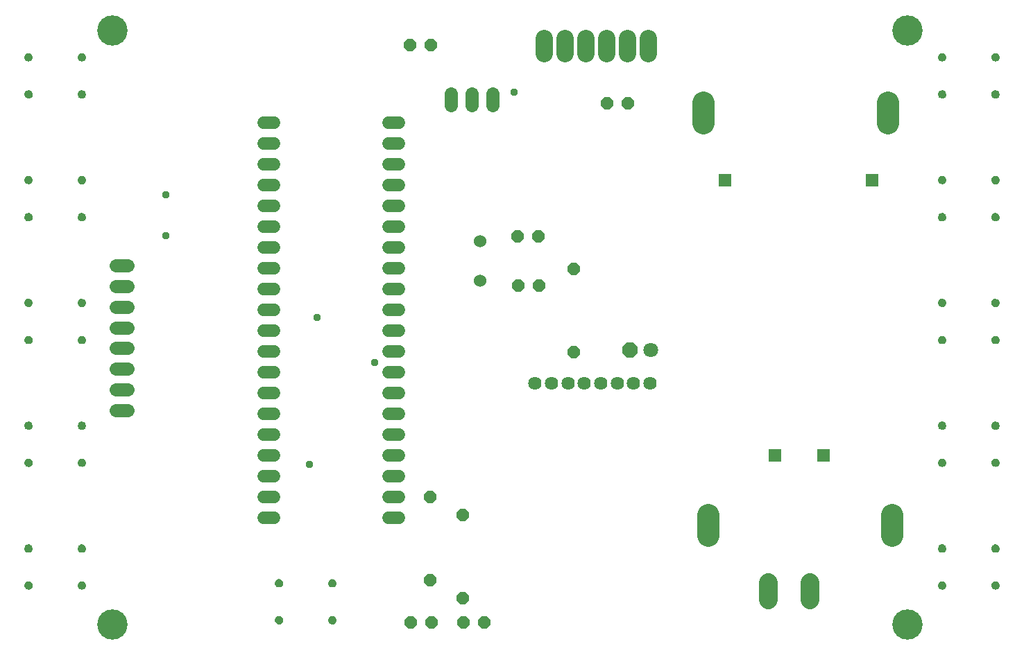
<source format=gbr>
G04 EAGLE Gerber RS-274X export*
G75*
%MOMM*%
%FSLAX34Y34*%
%LPD*%
%INSoldermask Top*%
%IPPOS*%
%AMOC8*
5,1,8,0,0,1.08239X$1,22.5*%
G01*
%ADD10C,3.703200*%
%ADD11P,1.951982X8X202.500000*%
%ADD12C,1.803400*%
%ADD13P,1.649562X8X202.500000*%
%ADD14C,2.743200*%
%ADD15C,1.524000*%
%ADD16C,1.625600*%
%ADD17P,1.649562X8X22.500000*%
%ADD18C,1.524000*%
%ADD19P,1.649562X8X292.500000*%
%ADD20P,1.649562X8X112.500000*%
%ADD21C,1.625600*%
%ADD22R,1.511200X1.511200*%
%ADD23C,2.298700*%
%ADD24C,2.082800*%
%ADD25C,0.959600*%

G36*
X1042735Y717559D02*
X1042735Y717559D01*
X1042834Y717559D01*
X1043791Y717701D01*
X1043839Y717717D01*
X1043929Y717737D01*
X1044831Y718089D01*
X1044874Y718115D01*
X1044956Y718155D01*
X1045757Y718698D01*
X1045793Y718734D01*
X1045865Y718791D01*
X1046525Y719499D01*
X1046552Y719541D01*
X1046609Y719613D01*
X1047095Y720450D01*
X1047112Y720498D01*
X1047152Y720581D01*
X1047439Y721505D01*
X1047445Y721555D01*
X1047466Y721645D01*
X1047533Y722529D01*
X1047534Y722532D01*
X1047534Y722540D01*
X1047537Y722577D01*
X1047541Y722606D01*
X1047541Y722658D01*
X1047536Y722685D01*
X1047433Y723652D01*
X1047419Y723700D01*
X1047402Y723791D01*
X1047083Y724721D01*
X1047058Y724765D01*
X1047022Y724850D01*
X1046503Y725686D01*
X1046470Y725723D01*
X1046415Y725798D01*
X1045724Y726497D01*
X1045682Y726526D01*
X1045613Y726587D01*
X1044783Y727115D01*
X1044736Y727134D01*
X1044655Y727177D01*
X1043728Y727508D01*
X1043678Y727516D01*
X1043590Y727540D01*
X1042637Y727653D01*
X1042534Y727673D01*
X1042529Y727673D01*
X1042526Y727675D01*
X1042338Y727681D01*
X1041380Y727570D01*
X1041332Y727556D01*
X1041242Y727538D01*
X1040333Y727217D01*
X1040289Y727192D01*
X1040205Y727155D01*
X1039390Y726640D01*
X1039353Y726606D01*
X1039280Y726551D01*
X1038600Y725867D01*
X1038571Y725826D01*
X1038512Y725756D01*
X1038001Y724938D01*
X1037983Y724891D01*
X1037940Y724810D01*
X1037625Y723899D01*
X1037617Y723849D01*
X1037593Y723760D01*
X1037489Y722802D01*
X1037491Y722772D01*
X1037485Y722733D01*
X1037485Y722632D01*
X1037490Y722605D01*
X1037488Y722568D01*
X1037587Y721595D01*
X1037600Y721546D01*
X1037617Y721456D01*
X1037929Y720529D01*
X1037954Y720485D01*
X1037989Y720400D01*
X1038500Y719566D01*
X1038534Y719528D01*
X1038588Y719454D01*
X1039272Y718754D01*
X1039313Y718725D01*
X1039382Y718665D01*
X1040204Y718135D01*
X1040251Y718115D01*
X1040331Y718071D01*
X1041251Y717738D01*
X1041300Y717729D01*
X1041389Y717704D01*
X1042360Y717584D01*
X1042370Y717584D01*
X1042382Y717581D01*
X1042685Y717554D01*
X1042735Y717559D01*
G37*
G36*
X-72265Y717559D02*
X-72265Y717559D01*
X-72166Y717559D01*
X-71209Y717701D01*
X-71161Y717717D01*
X-71071Y717737D01*
X-70169Y718089D01*
X-70126Y718115D01*
X-70044Y718155D01*
X-69243Y718698D01*
X-69207Y718734D01*
X-69135Y718791D01*
X-68475Y719499D01*
X-68448Y719541D01*
X-68391Y719613D01*
X-67905Y720450D01*
X-67888Y720498D01*
X-67848Y720581D01*
X-67561Y721505D01*
X-67555Y721555D01*
X-67534Y721645D01*
X-67467Y722529D01*
X-67466Y722532D01*
X-67466Y722540D01*
X-67463Y722577D01*
X-67459Y722606D01*
X-67459Y722658D01*
X-67464Y722685D01*
X-67567Y723652D01*
X-67581Y723700D01*
X-67598Y723791D01*
X-67917Y724721D01*
X-67942Y724765D01*
X-67978Y724850D01*
X-68497Y725686D01*
X-68530Y725723D01*
X-68585Y725798D01*
X-69276Y726497D01*
X-69318Y726526D01*
X-69387Y726587D01*
X-70217Y727115D01*
X-70264Y727134D01*
X-70345Y727177D01*
X-71272Y727508D01*
X-71322Y727516D01*
X-71410Y727540D01*
X-72363Y727653D01*
X-72467Y727673D01*
X-72471Y727673D01*
X-72474Y727675D01*
X-72662Y727681D01*
X-73620Y727570D01*
X-73668Y727556D01*
X-73758Y727538D01*
X-74667Y727217D01*
X-74711Y727192D01*
X-74795Y727155D01*
X-75610Y726640D01*
X-75647Y726606D01*
X-75720Y726551D01*
X-76400Y725867D01*
X-76429Y725826D01*
X-76488Y725756D01*
X-76999Y724938D01*
X-77017Y724891D01*
X-77060Y724810D01*
X-77375Y723899D01*
X-77383Y723849D01*
X-77407Y723760D01*
X-77512Y722802D01*
X-77509Y722772D01*
X-77515Y722733D01*
X-77515Y722632D01*
X-77510Y722605D01*
X-77512Y722568D01*
X-77413Y721595D01*
X-77400Y721546D01*
X-77383Y721456D01*
X-77071Y720529D01*
X-77046Y720485D01*
X-77011Y720400D01*
X-76500Y719566D01*
X-76466Y719528D01*
X-76412Y719454D01*
X-75728Y718754D01*
X-75687Y718725D01*
X-75618Y718665D01*
X-74796Y718135D01*
X-74749Y718115D01*
X-74669Y718071D01*
X-73749Y717738D01*
X-73700Y717729D01*
X-73611Y717704D01*
X-72640Y717584D01*
X-72630Y717584D01*
X-72618Y717581D01*
X-72315Y717554D01*
X-72265Y717559D01*
G37*
G36*
X1107810Y717534D02*
X1107810Y717534D01*
X1107909Y717534D01*
X1108866Y717676D01*
X1108914Y717692D01*
X1109004Y717712D01*
X1109906Y718064D01*
X1109949Y718090D01*
X1110031Y718130D01*
X1110832Y718673D01*
X1110868Y718709D01*
X1110940Y718766D01*
X1111600Y719474D01*
X1111627Y719516D01*
X1111684Y719588D01*
X1112170Y720425D01*
X1112187Y720473D01*
X1112227Y720556D01*
X1112514Y721480D01*
X1112520Y721530D01*
X1112541Y721620D01*
X1112608Y722504D01*
X1112609Y722507D01*
X1112609Y722515D01*
X1112612Y722552D01*
X1112616Y722581D01*
X1112616Y722633D01*
X1112611Y722660D01*
X1112508Y723627D01*
X1112494Y723675D01*
X1112477Y723766D01*
X1112158Y724696D01*
X1112133Y724740D01*
X1112097Y724825D01*
X1111578Y725661D01*
X1111545Y725698D01*
X1111490Y725773D01*
X1110799Y726472D01*
X1110757Y726501D01*
X1110688Y726562D01*
X1109858Y727090D01*
X1109811Y727109D01*
X1109730Y727152D01*
X1108803Y727483D01*
X1108753Y727491D01*
X1108665Y727515D01*
X1107712Y727628D01*
X1107609Y727648D01*
X1107604Y727648D01*
X1107601Y727650D01*
X1107413Y727656D01*
X1106455Y727545D01*
X1106407Y727531D01*
X1106317Y727513D01*
X1105408Y727192D01*
X1105364Y727167D01*
X1105280Y727130D01*
X1104465Y726615D01*
X1104428Y726581D01*
X1104355Y726526D01*
X1103675Y725842D01*
X1103646Y725801D01*
X1103587Y725731D01*
X1103076Y724913D01*
X1103058Y724866D01*
X1103015Y724785D01*
X1102700Y723874D01*
X1102692Y723824D01*
X1102668Y723735D01*
X1102564Y722777D01*
X1102566Y722747D01*
X1102560Y722708D01*
X1102560Y722607D01*
X1102565Y722580D01*
X1102563Y722543D01*
X1102662Y721570D01*
X1102675Y721521D01*
X1102692Y721431D01*
X1103004Y720504D01*
X1103029Y720460D01*
X1103064Y720375D01*
X1103575Y719541D01*
X1103609Y719503D01*
X1103663Y719429D01*
X1104347Y718729D01*
X1104388Y718700D01*
X1104457Y718640D01*
X1105279Y718110D01*
X1105326Y718090D01*
X1105406Y718046D01*
X1106326Y717713D01*
X1106375Y717704D01*
X1106464Y717679D01*
X1107435Y717559D01*
X1107445Y717559D01*
X1107457Y717556D01*
X1107760Y717529D01*
X1107810Y717534D01*
G37*
G36*
X-7190Y717534D02*
X-7190Y717534D01*
X-7091Y717534D01*
X-6134Y717676D01*
X-6086Y717692D01*
X-5996Y717712D01*
X-5094Y718064D01*
X-5051Y718090D01*
X-4969Y718130D01*
X-4168Y718673D01*
X-4132Y718709D01*
X-4060Y718766D01*
X-3400Y719474D01*
X-3373Y719516D01*
X-3316Y719588D01*
X-2830Y720425D01*
X-2813Y720473D01*
X-2773Y720556D01*
X-2486Y721480D01*
X-2480Y721530D01*
X-2459Y721620D01*
X-2392Y722504D01*
X-2391Y722507D01*
X-2391Y722515D01*
X-2388Y722552D01*
X-2384Y722581D01*
X-2384Y722633D01*
X-2389Y722660D01*
X-2492Y723627D01*
X-2506Y723675D01*
X-2523Y723766D01*
X-2842Y724696D01*
X-2867Y724740D01*
X-2903Y724825D01*
X-3422Y725661D01*
X-3455Y725698D01*
X-3510Y725773D01*
X-4201Y726472D01*
X-4243Y726501D01*
X-4312Y726562D01*
X-5142Y727090D01*
X-5189Y727109D01*
X-5270Y727152D01*
X-6197Y727483D01*
X-6247Y727491D01*
X-6335Y727515D01*
X-7288Y727628D01*
X-7392Y727648D01*
X-7396Y727648D01*
X-7399Y727650D01*
X-7587Y727656D01*
X-8545Y727545D01*
X-8593Y727531D01*
X-8683Y727513D01*
X-9592Y727192D01*
X-9636Y727167D01*
X-9720Y727130D01*
X-10535Y726615D01*
X-10572Y726581D01*
X-10645Y726526D01*
X-11325Y725842D01*
X-11354Y725801D01*
X-11413Y725731D01*
X-11924Y724913D01*
X-11942Y724866D01*
X-11985Y724785D01*
X-12300Y723874D01*
X-12308Y723824D01*
X-12332Y723735D01*
X-12437Y722777D01*
X-12434Y722747D01*
X-12440Y722708D01*
X-12440Y722607D01*
X-12435Y722580D01*
X-12437Y722543D01*
X-12338Y721570D01*
X-12325Y721521D01*
X-12308Y721431D01*
X-11996Y720504D01*
X-11971Y720460D01*
X-11936Y720375D01*
X-11425Y719541D01*
X-11391Y719503D01*
X-11337Y719429D01*
X-10653Y718729D01*
X-10612Y718700D01*
X-10543Y718640D01*
X-9721Y718110D01*
X-9674Y718090D01*
X-9594Y718046D01*
X-8674Y717713D01*
X-8625Y717704D01*
X-8536Y717679D01*
X-7565Y717559D01*
X-7555Y717559D01*
X-7543Y717556D01*
X-7240Y717529D01*
X-7190Y717534D01*
G37*
G36*
X1107810Y672296D02*
X1107810Y672296D01*
X1107909Y672296D01*
X1108866Y672438D01*
X1108914Y672454D01*
X1109004Y672474D01*
X1109906Y672826D01*
X1109949Y672852D01*
X1110031Y672892D01*
X1110832Y673435D01*
X1110868Y673471D01*
X1110940Y673528D01*
X1111600Y674236D01*
X1111627Y674278D01*
X1111684Y674350D01*
X1112170Y675187D01*
X1112187Y675235D01*
X1112227Y675318D01*
X1112514Y676242D01*
X1112520Y676292D01*
X1112541Y676382D01*
X1112608Y677266D01*
X1112609Y677269D01*
X1112609Y677277D01*
X1112612Y677314D01*
X1112616Y677343D01*
X1112616Y677395D01*
X1112611Y677422D01*
X1112508Y678389D01*
X1112494Y678437D01*
X1112477Y678528D01*
X1112158Y679458D01*
X1112133Y679502D01*
X1112097Y679587D01*
X1111578Y680423D01*
X1111545Y680460D01*
X1111490Y680535D01*
X1110799Y681234D01*
X1110757Y681263D01*
X1110688Y681324D01*
X1109858Y681852D01*
X1109811Y681871D01*
X1109730Y681914D01*
X1108803Y682245D01*
X1108753Y682253D01*
X1108665Y682277D01*
X1107712Y682390D01*
X1107609Y682410D01*
X1107604Y682410D01*
X1107601Y682412D01*
X1107413Y682418D01*
X1106455Y682307D01*
X1106407Y682293D01*
X1106317Y682275D01*
X1105408Y681954D01*
X1105364Y681929D01*
X1105280Y681892D01*
X1104465Y681377D01*
X1104428Y681343D01*
X1104355Y681288D01*
X1103675Y680604D01*
X1103646Y680563D01*
X1103587Y680493D01*
X1103076Y679675D01*
X1103058Y679628D01*
X1103015Y679547D01*
X1102700Y678636D01*
X1102692Y678586D01*
X1102668Y678497D01*
X1102564Y677539D01*
X1102566Y677509D01*
X1102560Y677470D01*
X1102560Y677369D01*
X1102565Y677342D01*
X1102563Y677305D01*
X1102662Y676332D01*
X1102675Y676283D01*
X1102692Y676193D01*
X1103004Y675266D01*
X1103029Y675222D01*
X1103064Y675137D01*
X1103575Y674303D01*
X1103609Y674265D01*
X1103663Y674191D01*
X1104347Y673491D01*
X1104388Y673462D01*
X1104457Y673402D01*
X1105279Y672872D01*
X1105326Y672852D01*
X1105406Y672808D01*
X1106326Y672475D01*
X1106375Y672466D01*
X1106464Y672441D01*
X1107435Y672321D01*
X1107445Y672321D01*
X1107457Y672318D01*
X1107760Y672291D01*
X1107810Y672296D01*
G37*
G36*
X-7190Y672296D02*
X-7190Y672296D01*
X-7091Y672296D01*
X-6134Y672438D01*
X-6086Y672454D01*
X-5996Y672474D01*
X-5094Y672826D01*
X-5051Y672852D01*
X-4969Y672892D01*
X-4168Y673435D01*
X-4132Y673471D01*
X-4060Y673528D01*
X-3400Y674236D01*
X-3373Y674278D01*
X-3316Y674350D01*
X-2830Y675187D01*
X-2813Y675235D01*
X-2773Y675318D01*
X-2486Y676242D01*
X-2480Y676292D01*
X-2459Y676382D01*
X-2392Y677266D01*
X-2391Y677269D01*
X-2391Y677277D01*
X-2388Y677314D01*
X-2384Y677343D01*
X-2384Y677395D01*
X-2389Y677422D01*
X-2492Y678389D01*
X-2506Y678437D01*
X-2523Y678528D01*
X-2842Y679458D01*
X-2867Y679502D01*
X-2903Y679587D01*
X-3422Y680423D01*
X-3455Y680460D01*
X-3510Y680535D01*
X-4201Y681234D01*
X-4243Y681263D01*
X-4312Y681324D01*
X-5142Y681852D01*
X-5189Y681871D01*
X-5270Y681914D01*
X-6197Y682245D01*
X-6247Y682253D01*
X-6335Y682277D01*
X-7288Y682390D01*
X-7392Y682410D01*
X-7396Y682410D01*
X-7399Y682412D01*
X-7587Y682418D01*
X-8545Y682307D01*
X-8593Y682293D01*
X-8683Y682275D01*
X-9592Y681954D01*
X-9636Y681929D01*
X-9720Y681892D01*
X-10535Y681377D01*
X-10572Y681343D01*
X-10645Y681288D01*
X-11325Y680604D01*
X-11354Y680563D01*
X-11413Y680493D01*
X-11924Y679675D01*
X-11942Y679628D01*
X-11985Y679547D01*
X-12300Y678636D01*
X-12308Y678586D01*
X-12332Y678497D01*
X-12437Y677539D01*
X-12434Y677509D01*
X-12440Y677470D01*
X-12440Y677369D01*
X-12435Y677342D01*
X-12437Y677305D01*
X-12338Y676332D01*
X-12325Y676283D01*
X-12308Y676193D01*
X-11996Y675266D01*
X-11971Y675222D01*
X-11936Y675137D01*
X-11425Y674303D01*
X-11391Y674265D01*
X-11337Y674191D01*
X-10653Y673491D01*
X-10612Y673462D01*
X-10543Y673402D01*
X-9721Y672872D01*
X-9674Y672852D01*
X-9594Y672808D01*
X-8674Y672475D01*
X-8625Y672466D01*
X-8536Y672441D01*
X-7565Y672321D01*
X-7555Y672321D01*
X-7543Y672318D01*
X-7240Y672291D01*
X-7190Y672296D01*
G37*
G36*
X1042786Y672271D02*
X1042786Y672271D01*
X1042885Y672271D01*
X1043842Y672413D01*
X1043890Y672429D01*
X1043980Y672449D01*
X1044882Y672801D01*
X1044925Y672827D01*
X1045007Y672867D01*
X1045808Y673410D01*
X1045844Y673446D01*
X1045916Y673503D01*
X1046576Y674211D01*
X1046603Y674253D01*
X1046660Y674325D01*
X1047146Y675162D01*
X1047163Y675210D01*
X1047203Y675293D01*
X1047490Y676217D01*
X1047496Y676267D01*
X1047517Y676357D01*
X1047584Y677241D01*
X1047585Y677244D01*
X1047585Y677252D01*
X1047588Y677289D01*
X1047592Y677318D01*
X1047592Y677370D01*
X1047587Y677397D01*
X1047484Y678364D01*
X1047470Y678412D01*
X1047453Y678503D01*
X1047134Y679433D01*
X1047109Y679477D01*
X1047073Y679562D01*
X1046554Y680398D01*
X1046521Y680435D01*
X1046466Y680510D01*
X1045775Y681209D01*
X1045733Y681238D01*
X1045664Y681299D01*
X1044834Y681827D01*
X1044787Y681846D01*
X1044706Y681889D01*
X1043779Y682220D01*
X1043729Y682228D01*
X1043641Y682252D01*
X1042688Y682365D01*
X1042585Y682385D01*
X1042580Y682385D01*
X1042577Y682387D01*
X1042389Y682393D01*
X1041431Y682282D01*
X1041383Y682268D01*
X1041293Y682250D01*
X1040384Y681929D01*
X1040340Y681904D01*
X1040256Y681867D01*
X1039441Y681352D01*
X1039404Y681318D01*
X1039331Y681263D01*
X1038651Y680579D01*
X1038622Y680538D01*
X1038563Y680468D01*
X1038052Y679650D01*
X1038034Y679603D01*
X1037991Y679522D01*
X1037676Y678611D01*
X1037668Y678561D01*
X1037644Y678472D01*
X1037540Y677514D01*
X1037542Y677484D01*
X1037536Y677445D01*
X1037536Y677344D01*
X1037541Y677317D01*
X1037539Y677280D01*
X1037638Y676307D01*
X1037651Y676258D01*
X1037668Y676168D01*
X1037980Y675241D01*
X1038005Y675197D01*
X1038040Y675112D01*
X1038551Y674278D01*
X1038585Y674240D01*
X1038639Y674166D01*
X1039323Y673466D01*
X1039364Y673437D01*
X1039433Y673377D01*
X1040255Y672847D01*
X1040302Y672827D01*
X1040382Y672783D01*
X1041302Y672450D01*
X1041351Y672441D01*
X1041440Y672416D01*
X1042411Y672296D01*
X1042421Y672296D01*
X1042433Y672293D01*
X1042736Y672266D01*
X1042786Y672271D01*
G37*
G36*
X-72214Y672271D02*
X-72214Y672271D01*
X-72115Y672271D01*
X-71158Y672413D01*
X-71110Y672429D01*
X-71020Y672449D01*
X-70118Y672801D01*
X-70075Y672827D01*
X-69993Y672867D01*
X-69192Y673410D01*
X-69156Y673446D01*
X-69084Y673503D01*
X-68424Y674211D01*
X-68397Y674253D01*
X-68340Y674325D01*
X-67854Y675162D01*
X-67837Y675210D01*
X-67797Y675293D01*
X-67510Y676217D01*
X-67504Y676267D01*
X-67483Y676357D01*
X-67416Y677241D01*
X-67415Y677244D01*
X-67415Y677252D01*
X-67412Y677289D01*
X-67408Y677318D01*
X-67408Y677370D01*
X-67413Y677397D01*
X-67516Y678364D01*
X-67530Y678412D01*
X-67547Y678503D01*
X-67866Y679433D01*
X-67891Y679477D01*
X-67927Y679562D01*
X-68446Y680398D01*
X-68479Y680435D01*
X-68534Y680510D01*
X-69225Y681209D01*
X-69267Y681238D01*
X-69336Y681299D01*
X-70166Y681827D01*
X-70213Y681846D01*
X-70294Y681889D01*
X-71221Y682220D01*
X-71271Y682228D01*
X-71359Y682252D01*
X-72312Y682365D01*
X-72416Y682385D01*
X-72420Y682385D01*
X-72423Y682387D01*
X-72611Y682393D01*
X-73569Y682282D01*
X-73617Y682268D01*
X-73707Y682250D01*
X-74616Y681929D01*
X-74660Y681904D01*
X-74744Y681867D01*
X-75559Y681352D01*
X-75596Y681318D01*
X-75669Y681263D01*
X-76349Y680579D01*
X-76378Y680538D01*
X-76437Y680468D01*
X-76948Y679650D01*
X-76966Y679603D01*
X-77009Y679522D01*
X-77324Y678611D01*
X-77332Y678561D01*
X-77356Y678472D01*
X-77461Y677514D01*
X-77458Y677484D01*
X-77464Y677445D01*
X-77464Y677344D01*
X-77459Y677317D01*
X-77461Y677280D01*
X-77362Y676307D01*
X-77349Y676258D01*
X-77332Y676168D01*
X-77020Y675241D01*
X-76995Y675197D01*
X-76960Y675112D01*
X-76449Y674278D01*
X-76415Y674240D01*
X-76361Y674166D01*
X-75677Y673466D01*
X-75636Y673437D01*
X-75567Y673377D01*
X-74745Y672847D01*
X-74698Y672827D01*
X-74618Y672783D01*
X-73698Y672450D01*
X-73649Y672441D01*
X-73560Y672416D01*
X-72589Y672296D01*
X-72579Y672296D01*
X-72567Y672293D01*
X-72264Y672266D01*
X-72214Y672271D01*
G37*
G36*
X-72265Y567559D02*
X-72265Y567559D01*
X-72166Y567559D01*
X-71209Y567701D01*
X-71161Y567717D01*
X-71071Y567737D01*
X-70169Y568089D01*
X-70126Y568115D01*
X-70044Y568155D01*
X-69243Y568698D01*
X-69207Y568734D01*
X-69135Y568791D01*
X-68475Y569499D01*
X-68448Y569541D01*
X-68391Y569613D01*
X-67905Y570450D01*
X-67888Y570498D01*
X-67848Y570581D01*
X-67561Y571505D01*
X-67555Y571555D01*
X-67534Y571645D01*
X-67467Y572529D01*
X-67466Y572532D01*
X-67466Y572540D01*
X-67463Y572577D01*
X-67459Y572606D01*
X-67459Y572658D01*
X-67464Y572685D01*
X-67567Y573652D01*
X-67581Y573700D01*
X-67598Y573791D01*
X-67917Y574721D01*
X-67942Y574765D01*
X-67978Y574850D01*
X-68497Y575686D01*
X-68530Y575723D01*
X-68585Y575798D01*
X-69276Y576497D01*
X-69318Y576526D01*
X-69387Y576587D01*
X-70217Y577115D01*
X-70264Y577134D01*
X-70345Y577177D01*
X-71272Y577508D01*
X-71322Y577516D01*
X-71410Y577540D01*
X-72363Y577653D01*
X-72467Y577673D01*
X-72471Y577673D01*
X-72474Y577675D01*
X-72662Y577681D01*
X-73620Y577570D01*
X-73668Y577556D01*
X-73758Y577538D01*
X-74667Y577217D01*
X-74711Y577192D01*
X-74795Y577155D01*
X-75610Y576640D01*
X-75647Y576606D01*
X-75720Y576551D01*
X-76400Y575867D01*
X-76429Y575826D01*
X-76488Y575756D01*
X-76999Y574938D01*
X-77017Y574891D01*
X-77060Y574810D01*
X-77375Y573899D01*
X-77383Y573849D01*
X-77407Y573760D01*
X-77512Y572802D01*
X-77509Y572772D01*
X-77515Y572733D01*
X-77515Y572632D01*
X-77510Y572605D01*
X-77512Y572568D01*
X-77413Y571595D01*
X-77400Y571546D01*
X-77383Y571456D01*
X-77071Y570529D01*
X-77046Y570485D01*
X-77011Y570400D01*
X-76500Y569566D01*
X-76466Y569528D01*
X-76412Y569454D01*
X-75728Y568754D01*
X-75687Y568725D01*
X-75618Y568665D01*
X-74796Y568135D01*
X-74749Y568115D01*
X-74669Y568071D01*
X-73749Y567738D01*
X-73700Y567729D01*
X-73611Y567704D01*
X-72640Y567584D01*
X-72630Y567584D01*
X-72618Y567581D01*
X-72315Y567554D01*
X-72265Y567559D01*
G37*
G36*
X1042735Y567559D02*
X1042735Y567559D01*
X1042834Y567559D01*
X1043791Y567701D01*
X1043839Y567717D01*
X1043929Y567737D01*
X1044831Y568089D01*
X1044874Y568115D01*
X1044956Y568155D01*
X1045757Y568698D01*
X1045793Y568734D01*
X1045865Y568791D01*
X1046525Y569499D01*
X1046552Y569541D01*
X1046609Y569613D01*
X1047095Y570450D01*
X1047112Y570498D01*
X1047152Y570581D01*
X1047439Y571505D01*
X1047445Y571555D01*
X1047466Y571645D01*
X1047533Y572529D01*
X1047534Y572532D01*
X1047534Y572540D01*
X1047537Y572577D01*
X1047541Y572606D01*
X1047541Y572658D01*
X1047536Y572685D01*
X1047433Y573652D01*
X1047419Y573700D01*
X1047402Y573791D01*
X1047083Y574721D01*
X1047058Y574765D01*
X1047022Y574850D01*
X1046503Y575686D01*
X1046470Y575723D01*
X1046415Y575798D01*
X1045724Y576497D01*
X1045682Y576526D01*
X1045613Y576587D01*
X1044783Y577115D01*
X1044736Y577134D01*
X1044655Y577177D01*
X1043728Y577508D01*
X1043678Y577516D01*
X1043590Y577540D01*
X1042637Y577653D01*
X1042534Y577673D01*
X1042529Y577673D01*
X1042526Y577675D01*
X1042338Y577681D01*
X1041380Y577570D01*
X1041332Y577556D01*
X1041242Y577538D01*
X1040333Y577217D01*
X1040289Y577192D01*
X1040205Y577155D01*
X1039390Y576640D01*
X1039353Y576606D01*
X1039280Y576551D01*
X1038600Y575867D01*
X1038571Y575826D01*
X1038512Y575756D01*
X1038001Y574938D01*
X1037983Y574891D01*
X1037940Y574810D01*
X1037625Y573899D01*
X1037617Y573849D01*
X1037593Y573760D01*
X1037489Y572802D01*
X1037491Y572772D01*
X1037485Y572733D01*
X1037485Y572632D01*
X1037490Y572605D01*
X1037488Y572568D01*
X1037587Y571595D01*
X1037600Y571546D01*
X1037617Y571456D01*
X1037929Y570529D01*
X1037954Y570485D01*
X1037989Y570400D01*
X1038500Y569566D01*
X1038534Y569528D01*
X1038588Y569454D01*
X1039272Y568754D01*
X1039313Y568725D01*
X1039382Y568665D01*
X1040204Y568135D01*
X1040251Y568115D01*
X1040331Y568071D01*
X1041251Y567738D01*
X1041300Y567729D01*
X1041389Y567704D01*
X1042360Y567584D01*
X1042370Y567584D01*
X1042382Y567581D01*
X1042685Y567554D01*
X1042735Y567559D01*
G37*
G36*
X1107810Y567534D02*
X1107810Y567534D01*
X1107909Y567534D01*
X1108866Y567676D01*
X1108914Y567692D01*
X1109004Y567712D01*
X1109906Y568064D01*
X1109949Y568090D01*
X1110031Y568130D01*
X1110832Y568673D01*
X1110868Y568709D01*
X1110940Y568766D01*
X1111600Y569474D01*
X1111627Y569516D01*
X1111684Y569588D01*
X1112170Y570425D01*
X1112187Y570473D01*
X1112227Y570556D01*
X1112514Y571480D01*
X1112520Y571530D01*
X1112541Y571620D01*
X1112608Y572504D01*
X1112609Y572507D01*
X1112609Y572515D01*
X1112612Y572552D01*
X1112616Y572581D01*
X1112616Y572633D01*
X1112611Y572660D01*
X1112508Y573627D01*
X1112494Y573675D01*
X1112477Y573766D01*
X1112158Y574696D01*
X1112133Y574740D01*
X1112097Y574825D01*
X1111578Y575661D01*
X1111545Y575698D01*
X1111490Y575773D01*
X1110799Y576472D01*
X1110757Y576501D01*
X1110688Y576562D01*
X1109858Y577090D01*
X1109811Y577109D01*
X1109730Y577152D01*
X1108803Y577483D01*
X1108753Y577491D01*
X1108665Y577515D01*
X1107712Y577628D01*
X1107609Y577648D01*
X1107604Y577648D01*
X1107601Y577650D01*
X1107413Y577656D01*
X1106455Y577545D01*
X1106407Y577531D01*
X1106317Y577513D01*
X1105408Y577192D01*
X1105364Y577167D01*
X1105280Y577130D01*
X1104465Y576615D01*
X1104428Y576581D01*
X1104355Y576526D01*
X1103675Y575842D01*
X1103646Y575801D01*
X1103587Y575731D01*
X1103076Y574913D01*
X1103058Y574866D01*
X1103015Y574785D01*
X1102700Y573874D01*
X1102692Y573824D01*
X1102668Y573735D01*
X1102564Y572777D01*
X1102566Y572747D01*
X1102560Y572708D01*
X1102560Y572607D01*
X1102565Y572580D01*
X1102563Y572543D01*
X1102662Y571570D01*
X1102675Y571521D01*
X1102692Y571431D01*
X1103004Y570504D01*
X1103029Y570460D01*
X1103064Y570375D01*
X1103575Y569541D01*
X1103609Y569503D01*
X1103663Y569429D01*
X1104347Y568729D01*
X1104388Y568700D01*
X1104457Y568640D01*
X1105279Y568110D01*
X1105326Y568090D01*
X1105406Y568046D01*
X1106326Y567713D01*
X1106375Y567704D01*
X1106464Y567679D01*
X1107435Y567559D01*
X1107445Y567559D01*
X1107457Y567556D01*
X1107760Y567529D01*
X1107810Y567534D01*
G37*
G36*
X-7190Y567534D02*
X-7190Y567534D01*
X-7091Y567534D01*
X-6134Y567676D01*
X-6086Y567692D01*
X-5996Y567712D01*
X-5094Y568064D01*
X-5051Y568090D01*
X-4969Y568130D01*
X-4168Y568673D01*
X-4132Y568709D01*
X-4060Y568766D01*
X-3400Y569474D01*
X-3373Y569516D01*
X-3316Y569588D01*
X-2830Y570425D01*
X-2813Y570473D01*
X-2773Y570556D01*
X-2486Y571480D01*
X-2480Y571530D01*
X-2459Y571620D01*
X-2392Y572504D01*
X-2391Y572507D01*
X-2391Y572515D01*
X-2388Y572552D01*
X-2384Y572581D01*
X-2384Y572633D01*
X-2389Y572660D01*
X-2492Y573627D01*
X-2506Y573675D01*
X-2523Y573766D01*
X-2842Y574696D01*
X-2867Y574740D01*
X-2903Y574825D01*
X-3422Y575661D01*
X-3455Y575698D01*
X-3510Y575773D01*
X-4201Y576472D01*
X-4243Y576501D01*
X-4312Y576562D01*
X-5142Y577090D01*
X-5189Y577109D01*
X-5270Y577152D01*
X-6197Y577483D01*
X-6247Y577491D01*
X-6335Y577515D01*
X-7288Y577628D01*
X-7392Y577648D01*
X-7396Y577648D01*
X-7399Y577650D01*
X-7587Y577656D01*
X-8545Y577545D01*
X-8593Y577531D01*
X-8683Y577513D01*
X-9592Y577192D01*
X-9636Y577167D01*
X-9720Y577130D01*
X-10535Y576615D01*
X-10572Y576581D01*
X-10645Y576526D01*
X-11325Y575842D01*
X-11354Y575801D01*
X-11413Y575731D01*
X-11924Y574913D01*
X-11942Y574866D01*
X-11985Y574785D01*
X-12300Y573874D01*
X-12308Y573824D01*
X-12332Y573735D01*
X-12437Y572777D01*
X-12434Y572747D01*
X-12440Y572708D01*
X-12440Y572607D01*
X-12435Y572580D01*
X-12437Y572543D01*
X-12338Y571570D01*
X-12325Y571521D01*
X-12308Y571431D01*
X-11996Y570504D01*
X-11971Y570460D01*
X-11936Y570375D01*
X-11425Y569541D01*
X-11391Y569503D01*
X-11337Y569429D01*
X-10653Y568729D01*
X-10612Y568700D01*
X-10543Y568640D01*
X-9721Y568110D01*
X-9674Y568090D01*
X-9594Y568046D01*
X-8674Y567713D01*
X-8625Y567704D01*
X-8536Y567679D01*
X-7565Y567559D01*
X-7555Y567559D01*
X-7543Y567556D01*
X-7240Y567529D01*
X-7190Y567534D01*
G37*
G36*
X1107810Y522296D02*
X1107810Y522296D01*
X1107909Y522296D01*
X1108866Y522438D01*
X1108914Y522454D01*
X1109004Y522474D01*
X1109906Y522826D01*
X1109949Y522852D01*
X1110031Y522892D01*
X1110832Y523435D01*
X1110868Y523471D01*
X1110940Y523528D01*
X1111600Y524236D01*
X1111627Y524278D01*
X1111684Y524350D01*
X1112170Y525187D01*
X1112187Y525235D01*
X1112227Y525318D01*
X1112514Y526242D01*
X1112520Y526292D01*
X1112541Y526382D01*
X1112608Y527266D01*
X1112609Y527269D01*
X1112609Y527277D01*
X1112612Y527314D01*
X1112616Y527343D01*
X1112616Y527395D01*
X1112611Y527422D01*
X1112508Y528389D01*
X1112494Y528437D01*
X1112477Y528528D01*
X1112158Y529458D01*
X1112133Y529502D01*
X1112097Y529587D01*
X1111578Y530423D01*
X1111545Y530460D01*
X1111490Y530535D01*
X1110799Y531234D01*
X1110757Y531263D01*
X1110688Y531324D01*
X1109858Y531852D01*
X1109811Y531871D01*
X1109730Y531914D01*
X1108803Y532245D01*
X1108753Y532253D01*
X1108665Y532277D01*
X1107712Y532390D01*
X1107609Y532410D01*
X1107604Y532410D01*
X1107601Y532412D01*
X1107413Y532418D01*
X1106455Y532307D01*
X1106407Y532293D01*
X1106317Y532275D01*
X1105408Y531954D01*
X1105364Y531929D01*
X1105280Y531892D01*
X1104465Y531377D01*
X1104428Y531343D01*
X1104355Y531288D01*
X1103675Y530604D01*
X1103646Y530563D01*
X1103587Y530493D01*
X1103076Y529675D01*
X1103058Y529628D01*
X1103015Y529547D01*
X1102700Y528636D01*
X1102692Y528586D01*
X1102668Y528497D01*
X1102564Y527539D01*
X1102566Y527509D01*
X1102560Y527470D01*
X1102560Y527369D01*
X1102565Y527342D01*
X1102563Y527305D01*
X1102662Y526332D01*
X1102675Y526283D01*
X1102692Y526193D01*
X1103004Y525266D01*
X1103029Y525222D01*
X1103064Y525137D01*
X1103575Y524303D01*
X1103609Y524265D01*
X1103663Y524191D01*
X1104347Y523491D01*
X1104388Y523462D01*
X1104457Y523402D01*
X1105279Y522872D01*
X1105326Y522852D01*
X1105406Y522808D01*
X1106326Y522475D01*
X1106375Y522466D01*
X1106464Y522441D01*
X1107435Y522321D01*
X1107445Y522321D01*
X1107457Y522318D01*
X1107760Y522291D01*
X1107810Y522296D01*
G37*
G36*
X-7190Y522296D02*
X-7190Y522296D01*
X-7091Y522296D01*
X-6134Y522438D01*
X-6086Y522454D01*
X-5996Y522474D01*
X-5094Y522826D01*
X-5051Y522852D01*
X-4969Y522892D01*
X-4168Y523435D01*
X-4132Y523471D01*
X-4060Y523528D01*
X-3400Y524236D01*
X-3373Y524278D01*
X-3316Y524350D01*
X-2830Y525187D01*
X-2813Y525235D01*
X-2773Y525318D01*
X-2486Y526242D01*
X-2480Y526292D01*
X-2459Y526382D01*
X-2392Y527266D01*
X-2391Y527269D01*
X-2391Y527277D01*
X-2388Y527314D01*
X-2384Y527343D01*
X-2384Y527395D01*
X-2389Y527422D01*
X-2492Y528389D01*
X-2506Y528437D01*
X-2523Y528528D01*
X-2842Y529458D01*
X-2867Y529502D01*
X-2903Y529587D01*
X-3422Y530423D01*
X-3455Y530460D01*
X-3510Y530535D01*
X-4201Y531234D01*
X-4243Y531263D01*
X-4312Y531324D01*
X-5142Y531852D01*
X-5189Y531871D01*
X-5270Y531914D01*
X-6197Y532245D01*
X-6247Y532253D01*
X-6335Y532277D01*
X-7288Y532390D01*
X-7392Y532410D01*
X-7396Y532410D01*
X-7399Y532412D01*
X-7587Y532418D01*
X-8545Y532307D01*
X-8593Y532293D01*
X-8683Y532275D01*
X-9592Y531954D01*
X-9636Y531929D01*
X-9720Y531892D01*
X-10535Y531377D01*
X-10572Y531343D01*
X-10645Y531288D01*
X-11325Y530604D01*
X-11354Y530563D01*
X-11413Y530493D01*
X-11924Y529675D01*
X-11942Y529628D01*
X-11985Y529547D01*
X-12300Y528636D01*
X-12308Y528586D01*
X-12332Y528497D01*
X-12437Y527539D01*
X-12434Y527509D01*
X-12440Y527470D01*
X-12440Y527369D01*
X-12435Y527342D01*
X-12437Y527305D01*
X-12338Y526332D01*
X-12325Y526283D01*
X-12308Y526193D01*
X-11996Y525266D01*
X-11971Y525222D01*
X-11936Y525137D01*
X-11425Y524303D01*
X-11391Y524265D01*
X-11337Y524191D01*
X-10653Y523491D01*
X-10612Y523462D01*
X-10543Y523402D01*
X-9721Y522872D01*
X-9674Y522852D01*
X-9594Y522808D01*
X-8674Y522475D01*
X-8625Y522466D01*
X-8536Y522441D01*
X-7565Y522321D01*
X-7555Y522321D01*
X-7543Y522318D01*
X-7240Y522291D01*
X-7190Y522296D01*
G37*
G36*
X1042786Y522271D02*
X1042786Y522271D01*
X1042885Y522271D01*
X1043842Y522413D01*
X1043890Y522429D01*
X1043980Y522449D01*
X1044882Y522801D01*
X1044925Y522827D01*
X1045007Y522867D01*
X1045808Y523410D01*
X1045844Y523446D01*
X1045916Y523503D01*
X1046576Y524211D01*
X1046603Y524253D01*
X1046660Y524325D01*
X1047146Y525162D01*
X1047163Y525210D01*
X1047203Y525293D01*
X1047490Y526217D01*
X1047496Y526267D01*
X1047517Y526357D01*
X1047584Y527241D01*
X1047585Y527244D01*
X1047585Y527252D01*
X1047588Y527289D01*
X1047592Y527318D01*
X1047592Y527370D01*
X1047587Y527397D01*
X1047484Y528364D01*
X1047470Y528412D01*
X1047453Y528503D01*
X1047134Y529433D01*
X1047109Y529477D01*
X1047073Y529562D01*
X1046554Y530398D01*
X1046521Y530435D01*
X1046466Y530510D01*
X1045775Y531209D01*
X1045733Y531238D01*
X1045664Y531299D01*
X1044834Y531827D01*
X1044787Y531846D01*
X1044706Y531889D01*
X1043779Y532220D01*
X1043729Y532228D01*
X1043641Y532252D01*
X1042688Y532365D01*
X1042585Y532385D01*
X1042580Y532385D01*
X1042577Y532387D01*
X1042389Y532393D01*
X1041431Y532282D01*
X1041383Y532268D01*
X1041293Y532250D01*
X1040384Y531929D01*
X1040340Y531904D01*
X1040256Y531867D01*
X1039441Y531352D01*
X1039404Y531318D01*
X1039331Y531263D01*
X1038651Y530579D01*
X1038622Y530538D01*
X1038563Y530468D01*
X1038052Y529650D01*
X1038034Y529603D01*
X1037991Y529522D01*
X1037676Y528611D01*
X1037668Y528561D01*
X1037644Y528472D01*
X1037540Y527514D01*
X1037542Y527484D01*
X1037536Y527445D01*
X1037536Y527344D01*
X1037541Y527317D01*
X1037539Y527280D01*
X1037638Y526307D01*
X1037651Y526258D01*
X1037668Y526168D01*
X1037980Y525241D01*
X1038005Y525197D01*
X1038040Y525112D01*
X1038551Y524278D01*
X1038585Y524240D01*
X1038639Y524166D01*
X1039323Y523466D01*
X1039364Y523437D01*
X1039433Y523377D01*
X1040255Y522847D01*
X1040302Y522827D01*
X1040382Y522783D01*
X1041302Y522450D01*
X1041351Y522441D01*
X1041440Y522416D01*
X1042411Y522296D01*
X1042421Y522296D01*
X1042433Y522293D01*
X1042736Y522266D01*
X1042786Y522271D01*
G37*
G36*
X-72214Y522271D02*
X-72214Y522271D01*
X-72115Y522271D01*
X-71158Y522413D01*
X-71110Y522429D01*
X-71020Y522449D01*
X-70118Y522801D01*
X-70075Y522827D01*
X-69993Y522867D01*
X-69192Y523410D01*
X-69156Y523446D01*
X-69084Y523503D01*
X-68424Y524211D01*
X-68397Y524253D01*
X-68340Y524325D01*
X-67854Y525162D01*
X-67837Y525210D01*
X-67797Y525293D01*
X-67510Y526217D01*
X-67504Y526267D01*
X-67483Y526357D01*
X-67416Y527241D01*
X-67415Y527244D01*
X-67415Y527252D01*
X-67412Y527289D01*
X-67408Y527318D01*
X-67408Y527370D01*
X-67413Y527397D01*
X-67516Y528364D01*
X-67530Y528412D01*
X-67547Y528503D01*
X-67866Y529433D01*
X-67891Y529477D01*
X-67927Y529562D01*
X-68446Y530398D01*
X-68479Y530435D01*
X-68534Y530510D01*
X-69225Y531209D01*
X-69267Y531238D01*
X-69336Y531299D01*
X-70166Y531827D01*
X-70213Y531846D01*
X-70294Y531889D01*
X-71221Y532220D01*
X-71271Y532228D01*
X-71359Y532252D01*
X-72312Y532365D01*
X-72416Y532385D01*
X-72420Y532385D01*
X-72423Y532387D01*
X-72611Y532393D01*
X-73569Y532282D01*
X-73617Y532268D01*
X-73707Y532250D01*
X-74616Y531929D01*
X-74660Y531904D01*
X-74744Y531867D01*
X-75559Y531352D01*
X-75596Y531318D01*
X-75669Y531263D01*
X-76349Y530579D01*
X-76378Y530538D01*
X-76437Y530468D01*
X-76948Y529650D01*
X-76966Y529603D01*
X-77009Y529522D01*
X-77324Y528611D01*
X-77332Y528561D01*
X-77356Y528472D01*
X-77461Y527514D01*
X-77458Y527484D01*
X-77464Y527445D01*
X-77464Y527344D01*
X-77459Y527317D01*
X-77461Y527280D01*
X-77362Y526307D01*
X-77349Y526258D01*
X-77332Y526168D01*
X-77020Y525241D01*
X-76995Y525197D01*
X-76960Y525112D01*
X-76449Y524278D01*
X-76415Y524240D01*
X-76361Y524166D01*
X-75677Y523466D01*
X-75636Y523437D01*
X-75567Y523377D01*
X-74745Y522847D01*
X-74698Y522827D01*
X-74618Y522783D01*
X-73698Y522450D01*
X-73649Y522441D01*
X-73560Y522416D01*
X-72589Y522296D01*
X-72579Y522296D01*
X-72567Y522293D01*
X-72264Y522266D01*
X-72214Y522271D01*
G37*
G36*
X1042735Y417559D02*
X1042735Y417559D01*
X1042834Y417559D01*
X1043791Y417701D01*
X1043839Y417717D01*
X1043929Y417737D01*
X1044831Y418089D01*
X1044874Y418115D01*
X1044956Y418155D01*
X1045757Y418698D01*
X1045793Y418734D01*
X1045865Y418791D01*
X1046525Y419499D01*
X1046552Y419541D01*
X1046609Y419613D01*
X1047095Y420450D01*
X1047112Y420498D01*
X1047152Y420581D01*
X1047439Y421505D01*
X1047445Y421555D01*
X1047466Y421645D01*
X1047533Y422529D01*
X1047534Y422532D01*
X1047534Y422540D01*
X1047537Y422577D01*
X1047541Y422606D01*
X1047541Y422658D01*
X1047536Y422685D01*
X1047433Y423652D01*
X1047419Y423700D01*
X1047402Y423791D01*
X1047083Y424721D01*
X1047058Y424765D01*
X1047022Y424850D01*
X1046503Y425686D01*
X1046470Y425723D01*
X1046415Y425798D01*
X1045724Y426497D01*
X1045682Y426526D01*
X1045613Y426587D01*
X1044783Y427115D01*
X1044736Y427134D01*
X1044655Y427177D01*
X1043728Y427508D01*
X1043678Y427516D01*
X1043590Y427540D01*
X1042637Y427653D01*
X1042534Y427673D01*
X1042529Y427673D01*
X1042526Y427675D01*
X1042338Y427681D01*
X1041380Y427570D01*
X1041332Y427556D01*
X1041242Y427538D01*
X1040333Y427217D01*
X1040289Y427192D01*
X1040205Y427155D01*
X1039390Y426640D01*
X1039353Y426606D01*
X1039280Y426551D01*
X1038600Y425867D01*
X1038571Y425826D01*
X1038512Y425756D01*
X1038001Y424938D01*
X1037983Y424891D01*
X1037940Y424810D01*
X1037625Y423899D01*
X1037617Y423849D01*
X1037593Y423760D01*
X1037489Y422802D01*
X1037491Y422772D01*
X1037485Y422733D01*
X1037485Y422632D01*
X1037490Y422605D01*
X1037488Y422568D01*
X1037587Y421595D01*
X1037600Y421546D01*
X1037617Y421456D01*
X1037929Y420529D01*
X1037954Y420485D01*
X1037989Y420400D01*
X1038500Y419566D01*
X1038534Y419528D01*
X1038588Y419454D01*
X1039272Y418754D01*
X1039313Y418725D01*
X1039382Y418665D01*
X1040204Y418135D01*
X1040251Y418115D01*
X1040331Y418071D01*
X1041251Y417738D01*
X1041300Y417729D01*
X1041389Y417704D01*
X1042360Y417584D01*
X1042370Y417584D01*
X1042382Y417581D01*
X1042685Y417554D01*
X1042735Y417559D01*
G37*
G36*
X-72265Y417559D02*
X-72265Y417559D01*
X-72166Y417559D01*
X-71209Y417701D01*
X-71161Y417717D01*
X-71071Y417737D01*
X-70169Y418089D01*
X-70126Y418115D01*
X-70044Y418155D01*
X-69243Y418698D01*
X-69207Y418734D01*
X-69135Y418791D01*
X-68475Y419499D01*
X-68448Y419541D01*
X-68391Y419613D01*
X-67905Y420450D01*
X-67888Y420498D01*
X-67848Y420581D01*
X-67561Y421505D01*
X-67555Y421555D01*
X-67534Y421645D01*
X-67467Y422529D01*
X-67466Y422532D01*
X-67466Y422540D01*
X-67463Y422577D01*
X-67459Y422606D01*
X-67459Y422658D01*
X-67464Y422685D01*
X-67567Y423652D01*
X-67581Y423700D01*
X-67598Y423791D01*
X-67917Y424721D01*
X-67942Y424765D01*
X-67978Y424850D01*
X-68497Y425686D01*
X-68530Y425723D01*
X-68585Y425798D01*
X-69276Y426497D01*
X-69318Y426526D01*
X-69387Y426587D01*
X-70217Y427115D01*
X-70264Y427134D01*
X-70345Y427177D01*
X-71272Y427508D01*
X-71322Y427516D01*
X-71410Y427540D01*
X-72363Y427653D01*
X-72467Y427673D01*
X-72471Y427673D01*
X-72474Y427675D01*
X-72662Y427681D01*
X-73620Y427570D01*
X-73668Y427556D01*
X-73758Y427538D01*
X-74667Y427217D01*
X-74711Y427192D01*
X-74795Y427155D01*
X-75610Y426640D01*
X-75647Y426606D01*
X-75720Y426551D01*
X-76400Y425867D01*
X-76429Y425826D01*
X-76488Y425756D01*
X-76999Y424938D01*
X-77017Y424891D01*
X-77060Y424810D01*
X-77375Y423899D01*
X-77383Y423849D01*
X-77407Y423760D01*
X-77512Y422802D01*
X-77509Y422772D01*
X-77515Y422733D01*
X-77515Y422632D01*
X-77510Y422605D01*
X-77512Y422568D01*
X-77413Y421595D01*
X-77400Y421546D01*
X-77383Y421456D01*
X-77071Y420529D01*
X-77046Y420485D01*
X-77011Y420400D01*
X-76500Y419566D01*
X-76466Y419528D01*
X-76412Y419454D01*
X-75728Y418754D01*
X-75687Y418725D01*
X-75618Y418665D01*
X-74796Y418135D01*
X-74749Y418115D01*
X-74669Y418071D01*
X-73749Y417738D01*
X-73700Y417729D01*
X-73611Y417704D01*
X-72640Y417584D01*
X-72630Y417584D01*
X-72618Y417581D01*
X-72315Y417554D01*
X-72265Y417559D01*
G37*
G36*
X1107810Y417534D02*
X1107810Y417534D01*
X1107909Y417534D01*
X1108866Y417676D01*
X1108914Y417692D01*
X1109004Y417712D01*
X1109906Y418064D01*
X1109949Y418090D01*
X1110031Y418130D01*
X1110832Y418673D01*
X1110868Y418709D01*
X1110940Y418766D01*
X1111600Y419474D01*
X1111627Y419516D01*
X1111684Y419588D01*
X1112170Y420425D01*
X1112187Y420473D01*
X1112227Y420556D01*
X1112514Y421480D01*
X1112520Y421530D01*
X1112541Y421620D01*
X1112608Y422504D01*
X1112609Y422507D01*
X1112609Y422515D01*
X1112612Y422552D01*
X1112616Y422581D01*
X1112616Y422633D01*
X1112611Y422660D01*
X1112508Y423627D01*
X1112494Y423675D01*
X1112477Y423766D01*
X1112158Y424696D01*
X1112133Y424740D01*
X1112097Y424825D01*
X1111578Y425661D01*
X1111545Y425698D01*
X1111490Y425773D01*
X1110799Y426472D01*
X1110757Y426501D01*
X1110688Y426562D01*
X1109858Y427090D01*
X1109811Y427109D01*
X1109730Y427152D01*
X1108803Y427483D01*
X1108753Y427491D01*
X1108665Y427515D01*
X1107712Y427628D01*
X1107609Y427648D01*
X1107604Y427648D01*
X1107601Y427650D01*
X1107413Y427656D01*
X1106455Y427545D01*
X1106407Y427531D01*
X1106317Y427513D01*
X1105408Y427192D01*
X1105364Y427167D01*
X1105280Y427130D01*
X1104465Y426615D01*
X1104428Y426581D01*
X1104355Y426526D01*
X1103675Y425842D01*
X1103646Y425801D01*
X1103587Y425731D01*
X1103076Y424913D01*
X1103058Y424866D01*
X1103015Y424785D01*
X1102700Y423874D01*
X1102692Y423824D01*
X1102668Y423735D01*
X1102564Y422777D01*
X1102566Y422747D01*
X1102560Y422708D01*
X1102560Y422607D01*
X1102565Y422580D01*
X1102563Y422543D01*
X1102662Y421570D01*
X1102675Y421521D01*
X1102692Y421431D01*
X1103004Y420504D01*
X1103029Y420460D01*
X1103064Y420375D01*
X1103575Y419541D01*
X1103609Y419503D01*
X1103663Y419429D01*
X1104347Y418729D01*
X1104388Y418700D01*
X1104457Y418640D01*
X1105279Y418110D01*
X1105326Y418090D01*
X1105406Y418046D01*
X1106326Y417713D01*
X1106375Y417704D01*
X1106464Y417679D01*
X1107435Y417559D01*
X1107445Y417559D01*
X1107457Y417556D01*
X1107760Y417529D01*
X1107810Y417534D01*
G37*
G36*
X-7190Y417534D02*
X-7190Y417534D01*
X-7091Y417534D01*
X-6134Y417676D01*
X-6086Y417692D01*
X-5996Y417712D01*
X-5094Y418064D01*
X-5051Y418090D01*
X-4969Y418130D01*
X-4168Y418673D01*
X-4132Y418709D01*
X-4060Y418766D01*
X-3400Y419474D01*
X-3373Y419516D01*
X-3316Y419588D01*
X-2830Y420425D01*
X-2813Y420473D01*
X-2773Y420556D01*
X-2486Y421480D01*
X-2480Y421530D01*
X-2459Y421620D01*
X-2392Y422504D01*
X-2391Y422507D01*
X-2391Y422515D01*
X-2388Y422552D01*
X-2384Y422581D01*
X-2384Y422633D01*
X-2389Y422660D01*
X-2492Y423627D01*
X-2506Y423675D01*
X-2523Y423766D01*
X-2842Y424696D01*
X-2867Y424740D01*
X-2903Y424825D01*
X-3422Y425661D01*
X-3455Y425698D01*
X-3510Y425773D01*
X-4201Y426472D01*
X-4243Y426501D01*
X-4312Y426562D01*
X-5142Y427090D01*
X-5189Y427109D01*
X-5270Y427152D01*
X-6197Y427483D01*
X-6247Y427491D01*
X-6335Y427515D01*
X-7288Y427628D01*
X-7392Y427648D01*
X-7396Y427648D01*
X-7399Y427650D01*
X-7587Y427656D01*
X-8545Y427545D01*
X-8593Y427531D01*
X-8683Y427513D01*
X-9592Y427192D01*
X-9636Y427167D01*
X-9720Y427130D01*
X-10535Y426615D01*
X-10572Y426581D01*
X-10645Y426526D01*
X-11325Y425842D01*
X-11354Y425801D01*
X-11413Y425731D01*
X-11924Y424913D01*
X-11942Y424866D01*
X-11985Y424785D01*
X-12300Y423874D01*
X-12308Y423824D01*
X-12332Y423735D01*
X-12437Y422777D01*
X-12434Y422747D01*
X-12440Y422708D01*
X-12440Y422607D01*
X-12435Y422580D01*
X-12437Y422543D01*
X-12338Y421570D01*
X-12325Y421521D01*
X-12308Y421431D01*
X-11996Y420504D01*
X-11971Y420460D01*
X-11936Y420375D01*
X-11425Y419541D01*
X-11391Y419503D01*
X-11337Y419429D01*
X-10653Y418729D01*
X-10612Y418700D01*
X-10543Y418640D01*
X-9721Y418110D01*
X-9674Y418090D01*
X-9594Y418046D01*
X-8674Y417713D01*
X-8625Y417704D01*
X-8536Y417679D01*
X-7565Y417559D01*
X-7555Y417559D01*
X-7543Y417556D01*
X-7240Y417529D01*
X-7190Y417534D01*
G37*
G36*
X-7190Y372296D02*
X-7190Y372296D01*
X-7091Y372296D01*
X-6134Y372438D01*
X-6086Y372454D01*
X-5996Y372474D01*
X-5094Y372826D01*
X-5051Y372852D01*
X-4969Y372892D01*
X-4168Y373435D01*
X-4132Y373471D01*
X-4060Y373528D01*
X-3400Y374236D01*
X-3373Y374278D01*
X-3316Y374350D01*
X-2830Y375187D01*
X-2813Y375235D01*
X-2773Y375318D01*
X-2486Y376242D01*
X-2480Y376292D01*
X-2459Y376382D01*
X-2392Y377266D01*
X-2391Y377269D01*
X-2391Y377277D01*
X-2388Y377314D01*
X-2384Y377343D01*
X-2384Y377395D01*
X-2389Y377422D01*
X-2492Y378389D01*
X-2506Y378437D01*
X-2523Y378528D01*
X-2842Y379458D01*
X-2867Y379502D01*
X-2903Y379587D01*
X-3422Y380423D01*
X-3455Y380460D01*
X-3510Y380535D01*
X-4201Y381234D01*
X-4243Y381263D01*
X-4312Y381324D01*
X-5142Y381852D01*
X-5189Y381871D01*
X-5270Y381914D01*
X-6197Y382245D01*
X-6247Y382253D01*
X-6335Y382277D01*
X-7288Y382390D01*
X-7392Y382410D01*
X-7396Y382410D01*
X-7399Y382412D01*
X-7587Y382418D01*
X-8545Y382307D01*
X-8593Y382293D01*
X-8683Y382275D01*
X-9592Y381954D01*
X-9636Y381929D01*
X-9720Y381892D01*
X-10535Y381377D01*
X-10572Y381343D01*
X-10645Y381288D01*
X-11325Y380604D01*
X-11354Y380563D01*
X-11413Y380493D01*
X-11924Y379675D01*
X-11942Y379628D01*
X-11985Y379547D01*
X-12300Y378636D01*
X-12308Y378586D01*
X-12332Y378497D01*
X-12437Y377539D01*
X-12434Y377509D01*
X-12440Y377470D01*
X-12440Y377369D01*
X-12435Y377342D01*
X-12437Y377305D01*
X-12338Y376332D01*
X-12325Y376283D01*
X-12308Y376193D01*
X-11996Y375266D01*
X-11971Y375222D01*
X-11936Y375137D01*
X-11425Y374303D01*
X-11391Y374265D01*
X-11337Y374191D01*
X-10653Y373491D01*
X-10612Y373462D01*
X-10543Y373402D01*
X-9721Y372872D01*
X-9674Y372852D01*
X-9594Y372808D01*
X-8674Y372475D01*
X-8625Y372466D01*
X-8536Y372441D01*
X-7565Y372321D01*
X-7555Y372321D01*
X-7543Y372318D01*
X-7240Y372291D01*
X-7190Y372296D01*
G37*
G36*
X1107810Y372296D02*
X1107810Y372296D01*
X1107909Y372296D01*
X1108866Y372438D01*
X1108914Y372454D01*
X1109004Y372474D01*
X1109906Y372826D01*
X1109949Y372852D01*
X1110031Y372892D01*
X1110832Y373435D01*
X1110868Y373471D01*
X1110940Y373528D01*
X1111600Y374236D01*
X1111627Y374278D01*
X1111684Y374350D01*
X1112170Y375187D01*
X1112187Y375235D01*
X1112227Y375318D01*
X1112514Y376242D01*
X1112520Y376292D01*
X1112541Y376382D01*
X1112608Y377266D01*
X1112609Y377269D01*
X1112609Y377277D01*
X1112612Y377314D01*
X1112616Y377343D01*
X1112616Y377395D01*
X1112611Y377422D01*
X1112508Y378389D01*
X1112494Y378437D01*
X1112477Y378528D01*
X1112158Y379458D01*
X1112133Y379502D01*
X1112097Y379587D01*
X1111578Y380423D01*
X1111545Y380460D01*
X1111490Y380535D01*
X1110799Y381234D01*
X1110757Y381263D01*
X1110688Y381324D01*
X1109858Y381852D01*
X1109811Y381871D01*
X1109730Y381914D01*
X1108803Y382245D01*
X1108753Y382253D01*
X1108665Y382277D01*
X1107712Y382390D01*
X1107609Y382410D01*
X1107604Y382410D01*
X1107601Y382412D01*
X1107413Y382418D01*
X1106455Y382307D01*
X1106407Y382293D01*
X1106317Y382275D01*
X1105408Y381954D01*
X1105364Y381929D01*
X1105280Y381892D01*
X1104465Y381377D01*
X1104428Y381343D01*
X1104355Y381288D01*
X1103675Y380604D01*
X1103646Y380563D01*
X1103587Y380493D01*
X1103076Y379675D01*
X1103058Y379628D01*
X1103015Y379547D01*
X1102700Y378636D01*
X1102692Y378586D01*
X1102668Y378497D01*
X1102564Y377539D01*
X1102566Y377509D01*
X1102560Y377470D01*
X1102560Y377369D01*
X1102565Y377342D01*
X1102563Y377305D01*
X1102662Y376332D01*
X1102675Y376283D01*
X1102692Y376193D01*
X1103004Y375266D01*
X1103029Y375222D01*
X1103064Y375137D01*
X1103575Y374303D01*
X1103609Y374265D01*
X1103663Y374191D01*
X1104347Y373491D01*
X1104388Y373462D01*
X1104457Y373402D01*
X1105279Y372872D01*
X1105326Y372852D01*
X1105406Y372808D01*
X1106326Y372475D01*
X1106375Y372466D01*
X1106464Y372441D01*
X1107435Y372321D01*
X1107445Y372321D01*
X1107457Y372318D01*
X1107760Y372291D01*
X1107810Y372296D01*
G37*
G36*
X1042786Y372271D02*
X1042786Y372271D01*
X1042885Y372271D01*
X1043842Y372413D01*
X1043890Y372429D01*
X1043980Y372449D01*
X1044882Y372801D01*
X1044925Y372827D01*
X1045007Y372867D01*
X1045808Y373410D01*
X1045844Y373446D01*
X1045916Y373503D01*
X1046576Y374211D01*
X1046603Y374253D01*
X1046660Y374325D01*
X1047146Y375162D01*
X1047163Y375210D01*
X1047203Y375293D01*
X1047490Y376217D01*
X1047496Y376267D01*
X1047517Y376357D01*
X1047584Y377241D01*
X1047585Y377244D01*
X1047585Y377252D01*
X1047588Y377289D01*
X1047592Y377318D01*
X1047592Y377370D01*
X1047587Y377397D01*
X1047484Y378364D01*
X1047470Y378412D01*
X1047453Y378503D01*
X1047134Y379433D01*
X1047109Y379477D01*
X1047073Y379562D01*
X1046554Y380398D01*
X1046521Y380435D01*
X1046466Y380510D01*
X1045775Y381209D01*
X1045733Y381238D01*
X1045664Y381299D01*
X1044834Y381827D01*
X1044787Y381846D01*
X1044706Y381889D01*
X1043779Y382220D01*
X1043729Y382228D01*
X1043641Y382252D01*
X1042688Y382365D01*
X1042585Y382385D01*
X1042580Y382385D01*
X1042577Y382387D01*
X1042389Y382393D01*
X1041431Y382282D01*
X1041383Y382268D01*
X1041293Y382250D01*
X1040384Y381929D01*
X1040340Y381904D01*
X1040256Y381867D01*
X1039441Y381352D01*
X1039404Y381318D01*
X1039331Y381263D01*
X1038651Y380579D01*
X1038622Y380538D01*
X1038563Y380468D01*
X1038052Y379650D01*
X1038034Y379603D01*
X1037991Y379522D01*
X1037676Y378611D01*
X1037668Y378561D01*
X1037644Y378472D01*
X1037540Y377514D01*
X1037542Y377484D01*
X1037536Y377445D01*
X1037536Y377344D01*
X1037541Y377317D01*
X1037539Y377280D01*
X1037638Y376307D01*
X1037651Y376258D01*
X1037668Y376168D01*
X1037980Y375241D01*
X1038005Y375197D01*
X1038040Y375112D01*
X1038551Y374278D01*
X1038585Y374240D01*
X1038639Y374166D01*
X1039323Y373466D01*
X1039364Y373437D01*
X1039433Y373377D01*
X1040255Y372847D01*
X1040302Y372827D01*
X1040382Y372783D01*
X1041302Y372450D01*
X1041351Y372441D01*
X1041440Y372416D01*
X1042411Y372296D01*
X1042421Y372296D01*
X1042433Y372293D01*
X1042736Y372266D01*
X1042786Y372271D01*
G37*
G36*
X-72214Y372271D02*
X-72214Y372271D01*
X-72115Y372271D01*
X-71158Y372413D01*
X-71110Y372429D01*
X-71020Y372449D01*
X-70118Y372801D01*
X-70075Y372827D01*
X-69993Y372867D01*
X-69192Y373410D01*
X-69156Y373446D01*
X-69084Y373503D01*
X-68424Y374211D01*
X-68397Y374253D01*
X-68340Y374325D01*
X-67854Y375162D01*
X-67837Y375210D01*
X-67797Y375293D01*
X-67510Y376217D01*
X-67504Y376267D01*
X-67483Y376357D01*
X-67416Y377241D01*
X-67415Y377244D01*
X-67415Y377252D01*
X-67412Y377289D01*
X-67408Y377318D01*
X-67408Y377370D01*
X-67413Y377397D01*
X-67516Y378364D01*
X-67530Y378412D01*
X-67547Y378503D01*
X-67866Y379433D01*
X-67891Y379477D01*
X-67927Y379562D01*
X-68446Y380398D01*
X-68479Y380435D01*
X-68534Y380510D01*
X-69225Y381209D01*
X-69267Y381238D01*
X-69336Y381299D01*
X-70166Y381827D01*
X-70213Y381846D01*
X-70294Y381889D01*
X-71221Y382220D01*
X-71271Y382228D01*
X-71359Y382252D01*
X-72312Y382365D01*
X-72416Y382385D01*
X-72420Y382385D01*
X-72423Y382387D01*
X-72611Y382393D01*
X-73569Y382282D01*
X-73617Y382268D01*
X-73707Y382250D01*
X-74616Y381929D01*
X-74660Y381904D01*
X-74744Y381867D01*
X-75559Y381352D01*
X-75596Y381318D01*
X-75669Y381263D01*
X-76349Y380579D01*
X-76378Y380538D01*
X-76437Y380468D01*
X-76948Y379650D01*
X-76966Y379603D01*
X-77009Y379522D01*
X-77324Y378611D01*
X-77332Y378561D01*
X-77356Y378472D01*
X-77461Y377514D01*
X-77458Y377484D01*
X-77464Y377445D01*
X-77464Y377344D01*
X-77459Y377317D01*
X-77461Y377280D01*
X-77362Y376307D01*
X-77349Y376258D01*
X-77332Y376168D01*
X-77020Y375241D01*
X-76995Y375197D01*
X-76960Y375112D01*
X-76449Y374278D01*
X-76415Y374240D01*
X-76361Y374166D01*
X-75677Y373466D01*
X-75636Y373437D01*
X-75567Y373377D01*
X-74745Y372847D01*
X-74698Y372827D01*
X-74618Y372783D01*
X-73698Y372450D01*
X-73649Y372441D01*
X-73560Y372416D01*
X-72589Y372296D01*
X-72579Y372296D01*
X-72567Y372293D01*
X-72264Y372266D01*
X-72214Y372271D01*
G37*
G36*
X1042735Y267559D02*
X1042735Y267559D01*
X1042834Y267559D01*
X1043791Y267701D01*
X1043839Y267717D01*
X1043929Y267737D01*
X1044831Y268089D01*
X1044874Y268115D01*
X1044956Y268155D01*
X1045757Y268698D01*
X1045793Y268734D01*
X1045865Y268791D01*
X1046525Y269499D01*
X1046552Y269541D01*
X1046609Y269613D01*
X1047095Y270450D01*
X1047112Y270498D01*
X1047152Y270581D01*
X1047439Y271505D01*
X1047445Y271555D01*
X1047466Y271645D01*
X1047533Y272529D01*
X1047534Y272532D01*
X1047534Y272540D01*
X1047537Y272577D01*
X1047541Y272606D01*
X1047541Y272658D01*
X1047536Y272685D01*
X1047433Y273652D01*
X1047419Y273700D01*
X1047402Y273791D01*
X1047083Y274721D01*
X1047058Y274765D01*
X1047022Y274850D01*
X1046503Y275686D01*
X1046470Y275723D01*
X1046415Y275798D01*
X1045724Y276497D01*
X1045682Y276526D01*
X1045613Y276587D01*
X1044783Y277115D01*
X1044736Y277134D01*
X1044655Y277177D01*
X1043728Y277508D01*
X1043678Y277516D01*
X1043590Y277540D01*
X1042637Y277653D01*
X1042534Y277673D01*
X1042529Y277673D01*
X1042526Y277675D01*
X1042338Y277681D01*
X1041380Y277570D01*
X1041332Y277556D01*
X1041242Y277538D01*
X1040333Y277217D01*
X1040289Y277192D01*
X1040205Y277155D01*
X1039390Y276640D01*
X1039353Y276606D01*
X1039280Y276551D01*
X1038600Y275867D01*
X1038571Y275826D01*
X1038512Y275756D01*
X1038001Y274938D01*
X1037983Y274891D01*
X1037940Y274810D01*
X1037625Y273899D01*
X1037617Y273849D01*
X1037593Y273760D01*
X1037489Y272802D01*
X1037491Y272772D01*
X1037485Y272733D01*
X1037485Y272632D01*
X1037490Y272605D01*
X1037488Y272568D01*
X1037587Y271595D01*
X1037600Y271546D01*
X1037617Y271456D01*
X1037929Y270529D01*
X1037954Y270485D01*
X1037989Y270400D01*
X1038500Y269566D01*
X1038534Y269528D01*
X1038588Y269454D01*
X1039272Y268754D01*
X1039313Y268725D01*
X1039382Y268665D01*
X1040204Y268135D01*
X1040251Y268115D01*
X1040331Y268071D01*
X1041251Y267738D01*
X1041300Y267729D01*
X1041389Y267704D01*
X1042360Y267584D01*
X1042370Y267584D01*
X1042382Y267581D01*
X1042685Y267554D01*
X1042735Y267559D01*
G37*
G36*
X-72265Y267559D02*
X-72265Y267559D01*
X-72166Y267559D01*
X-71209Y267701D01*
X-71161Y267717D01*
X-71071Y267737D01*
X-70169Y268089D01*
X-70126Y268115D01*
X-70044Y268155D01*
X-69243Y268698D01*
X-69207Y268734D01*
X-69135Y268791D01*
X-68475Y269499D01*
X-68448Y269541D01*
X-68391Y269613D01*
X-67905Y270450D01*
X-67888Y270498D01*
X-67848Y270581D01*
X-67561Y271505D01*
X-67555Y271555D01*
X-67534Y271645D01*
X-67467Y272529D01*
X-67466Y272532D01*
X-67466Y272540D01*
X-67463Y272577D01*
X-67459Y272606D01*
X-67459Y272658D01*
X-67464Y272685D01*
X-67567Y273652D01*
X-67581Y273700D01*
X-67598Y273791D01*
X-67917Y274721D01*
X-67942Y274765D01*
X-67978Y274850D01*
X-68497Y275686D01*
X-68530Y275723D01*
X-68585Y275798D01*
X-69276Y276497D01*
X-69318Y276526D01*
X-69387Y276587D01*
X-70217Y277115D01*
X-70264Y277134D01*
X-70345Y277177D01*
X-71272Y277508D01*
X-71322Y277516D01*
X-71410Y277540D01*
X-72363Y277653D01*
X-72467Y277673D01*
X-72471Y277673D01*
X-72474Y277675D01*
X-72662Y277681D01*
X-73620Y277570D01*
X-73668Y277556D01*
X-73758Y277538D01*
X-74667Y277217D01*
X-74711Y277192D01*
X-74795Y277155D01*
X-75610Y276640D01*
X-75647Y276606D01*
X-75720Y276551D01*
X-76400Y275867D01*
X-76429Y275826D01*
X-76488Y275756D01*
X-76999Y274938D01*
X-77017Y274891D01*
X-77060Y274810D01*
X-77375Y273899D01*
X-77383Y273849D01*
X-77407Y273760D01*
X-77512Y272802D01*
X-77509Y272772D01*
X-77515Y272733D01*
X-77515Y272632D01*
X-77510Y272605D01*
X-77512Y272568D01*
X-77413Y271595D01*
X-77400Y271546D01*
X-77383Y271456D01*
X-77071Y270529D01*
X-77046Y270485D01*
X-77011Y270400D01*
X-76500Y269566D01*
X-76466Y269528D01*
X-76412Y269454D01*
X-75728Y268754D01*
X-75687Y268725D01*
X-75618Y268665D01*
X-74796Y268135D01*
X-74749Y268115D01*
X-74669Y268071D01*
X-73749Y267738D01*
X-73700Y267729D01*
X-73611Y267704D01*
X-72640Y267584D01*
X-72630Y267584D01*
X-72618Y267581D01*
X-72315Y267554D01*
X-72265Y267559D01*
G37*
G36*
X-7190Y267534D02*
X-7190Y267534D01*
X-7091Y267534D01*
X-6134Y267676D01*
X-6086Y267692D01*
X-5996Y267712D01*
X-5094Y268064D01*
X-5051Y268090D01*
X-4969Y268130D01*
X-4168Y268673D01*
X-4132Y268709D01*
X-4060Y268766D01*
X-3400Y269474D01*
X-3373Y269516D01*
X-3316Y269588D01*
X-2830Y270425D01*
X-2813Y270473D01*
X-2773Y270556D01*
X-2486Y271480D01*
X-2480Y271530D01*
X-2459Y271620D01*
X-2392Y272504D01*
X-2391Y272507D01*
X-2391Y272515D01*
X-2388Y272552D01*
X-2384Y272581D01*
X-2384Y272633D01*
X-2389Y272660D01*
X-2492Y273627D01*
X-2506Y273675D01*
X-2523Y273766D01*
X-2842Y274696D01*
X-2867Y274740D01*
X-2903Y274825D01*
X-3422Y275661D01*
X-3455Y275698D01*
X-3510Y275773D01*
X-4201Y276472D01*
X-4243Y276501D01*
X-4312Y276562D01*
X-5142Y277090D01*
X-5189Y277109D01*
X-5270Y277152D01*
X-6197Y277483D01*
X-6247Y277491D01*
X-6335Y277515D01*
X-7288Y277628D01*
X-7392Y277648D01*
X-7396Y277648D01*
X-7399Y277650D01*
X-7587Y277656D01*
X-8545Y277545D01*
X-8593Y277531D01*
X-8683Y277513D01*
X-9592Y277192D01*
X-9636Y277167D01*
X-9720Y277130D01*
X-10535Y276615D01*
X-10572Y276581D01*
X-10645Y276526D01*
X-11325Y275842D01*
X-11354Y275801D01*
X-11413Y275731D01*
X-11924Y274913D01*
X-11942Y274866D01*
X-11985Y274785D01*
X-12300Y273874D01*
X-12308Y273824D01*
X-12332Y273735D01*
X-12437Y272777D01*
X-12434Y272747D01*
X-12440Y272708D01*
X-12440Y272607D01*
X-12435Y272580D01*
X-12437Y272543D01*
X-12338Y271570D01*
X-12325Y271521D01*
X-12308Y271431D01*
X-11996Y270504D01*
X-11971Y270460D01*
X-11936Y270375D01*
X-11425Y269541D01*
X-11391Y269503D01*
X-11337Y269429D01*
X-10653Y268729D01*
X-10612Y268700D01*
X-10543Y268640D01*
X-9721Y268110D01*
X-9674Y268090D01*
X-9594Y268046D01*
X-8674Y267713D01*
X-8625Y267704D01*
X-8536Y267679D01*
X-7565Y267559D01*
X-7555Y267559D01*
X-7543Y267556D01*
X-7240Y267529D01*
X-7190Y267534D01*
G37*
G36*
X1107810Y267534D02*
X1107810Y267534D01*
X1107909Y267534D01*
X1108866Y267676D01*
X1108914Y267692D01*
X1109004Y267712D01*
X1109906Y268064D01*
X1109949Y268090D01*
X1110031Y268130D01*
X1110832Y268673D01*
X1110868Y268709D01*
X1110940Y268766D01*
X1111600Y269474D01*
X1111627Y269516D01*
X1111684Y269588D01*
X1112170Y270425D01*
X1112187Y270473D01*
X1112227Y270556D01*
X1112514Y271480D01*
X1112520Y271530D01*
X1112541Y271620D01*
X1112608Y272504D01*
X1112609Y272507D01*
X1112609Y272515D01*
X1112612Y272552D01*
X1112616Y272581D01*
X1112616Y272633D01*
X1112611Y272660D01*
X1112508Y273627D01*
X1112494Y273675D01*
X1112477Y273766D01*
X1112158Y274696D01*
X1112133Y274740D01*
X1112097Y274825D01*
X1111578Y275661D01*
X1111545Y275698D01*
X1111490Y275773D01*
X1110799Y276472D01*
X1110757Y276501D01*
X1110688Y276562D01*
X1109858Y277090D01*
X1109811Y277109D01*
X1109730Y277152D01*
X1108803Y277483D01*
X1108753Y277491D01*
X1108665Y277515D01*
X1107712Y277628D01*
X1107609Y277648D01*
X1107604Y277648D01*
X1107601Y277650D01*
X1107413Y277656D01*
X1106455Y277545D01*
X1106407Y277531D01*
X1106317Y277513D01*
X1105408Y277192D01*
X1105364Y277167D01*
X1105280Y277130D01*
X1104465Y276615D01*
X1104428Y276581D01*
X1104355Y276526D01*
X1103675Y275842D01*
X1103646Y275801D01*
X1103587Y275731D01*
X1103076Y274913D01*
X1103058Y274866D01*
X1103015Y274785D01*
X1102700Y273874D01*
X1102692Y273824D01*
X1102668Y273735D01*
X1102564Y272777D01*
X1102566Y272747D01*
X1102560Y272708D01*
X1102560Y272607D01*
X1102565Y272580D01*
X1102563Y272543D01*
X1102662Y271570D01*
X1102675Y271521D01*
X1102692Y271431D01*
X1103004Y270504D01*
X1103029Y270460D01*
X1103064Y270375D01*
X1103575Y269541D01*
X1103609Y269503D01*
X1103663Y269429D01*
X1104347Y268729D01*
X1104388Y268700D01*
X1104457Y268640D01*
X1105279Y268110D01*
X1105326Y268090D01*
X1105406Y268046D01*
X1106326Y267713D01*
X1106375Y267704D01*
X1106464Y267679D01*
X1107435Y267559D01*
X1107445Y267559D01*
X1107457Y267556D01*
X1107760Y267529D01*
X1107810Y267534D01*
G37*
G36*
X-7190Y222296D02*
X-7190Y222296D01*
X-7091Y222296D01*
X-6134Y222438D01*
X-6086Y222454D01*
X-5996Y222474D01*
X-5094Y222826D01*
X-5051Y222852D01*
X-4969Y222892D01*
X-4168Y223435D01*
X-4132Y223471D01*
X-4060Y223528D01*
X-3400Y224236D01*
X-3373Y224278D01*
X-3316Y224350D01*
X-2830Y225187D01*
X-2813Y225235D01*
X-2773Y225318D01*
X-2486Y226242D01*
X-2480Y226292D01*
X-2459Y226382D01*
X-2392Y227266D01*
X-2391Y227269D01*
X-2391Y227277D01*
X-2388Y227314D01*
X-2384Y227343D01*
X-2384Y227395D01*
X-2389Y227422D01*
X-2492Y228389D01*
X-2506Y228437D01*
X-2523Y228528D01*
X-2842Y229458D01*
X-2867Y229502D01*
X-2903Y229587D01*
X-3422Y230423D01*
X-3455Y230460D01*
X-3510Y230535D01*
X-4201Y231234D01*
X-4243Y231263D01*
X-4312Y231324D01*
X-5142Y231852D01*
X-5189Y231871D01*
X-5270Y231914D01*
X-6197Y232245D01*
X-6247Y232253D01*
X-6335Y232277D01*
X-7288Y232390D01*
X-7392Y232410D01*
X-7396Y232410D01*
X-7399Y232412D01*
X-7587Y232418D01*
X-8545Y232307D01*
X-8593Y232293D01*
X-8683Y232275D01*
X-9592Y231954D01*
X-9636Y231929D01*
X-9720Y231892D01*
X-10535Y231377D01*
X-10572Y231343D01*
X-10645Y231288D01*
X-11325Y230604D01*
X-11354Y230563D01*
X-11413Y230493D01*
X-11924Y229675D01*
X-11942Y229628D01*
X-11985Y229547D01*
X-12300Y228636D01*
X-12308Y228586D01*
X-12332Y228497D01*
X-12437Y227539D01*
X-12434Y227509D01*
X-12440Y227470D01*
X-12440Y227369D01*
X-12435Y227342D01*
X-12437Y227305D01*
X-12338Y226332D01*
X-12325Y226283D01*
X-12308Y226193D01*
X-11996Y225266D01*
X-11971Y225222D01*
X-11936Y225137D01*
X-11425Y224303D01*
X-11391Y224265D01*
X-11337Y224191D01*
X-10653Y223491D01*
X-10612Y223462D01*
X-10543Y223402D01*
X-9721Y222872D01*
X-9674Y222852D01*
X-9594Y222808D01*
X-8674Y222475D01*
X-8625Y222466D01*
X-8536Y222441D01*
X-7565Y222321D01*
X-7555Y222321D01*
X-7543Y222318D01*
X-7240Y222291D01*
X-7190Y222296D01*
G37*
G36*
X1107810Y222296D02*
X1107810Y222296D01*
X1107909Y222296D01*
X1108866Y222438D01*
X1108914Y222454D01*
X1109004Y222474D01*
X1109906Y222826D01*
X1109949Y222852D01*
X1110031Y222892D01*
X1110832Y223435D01*
X1110868Y223471D01*
X1110940Y223528D01*
X1111600Y224236D01*
X1111627Y224278D01*
X1111684Y224350D01*
X1112170Y225187D01*
X1112187Y225235D01*
X1112227Y225318D01*
X1112514Y226242D01*
X1112520Y226292D01*
X1112541Y226382D01*
X1112608Y227266D01*
X1112609Y227269D01*
X1112609Y227277D01*
X1112612Y227314D01*
X1112616Y227343D01*
X1112616Y227395D01*
X1112611Y227422D01*
X1112508Y228389D01*
X1112494Y228437D01*
X1112477Y228528D01*
X1112158Y229458D01*
X1112133Y229502D01*
X1112097Y229587D01*
X1111578Y230423D01*
X1111545Y230460D01*
X1111490Y230535D01*
X1110799Y231234D01*
X1110757Y231263D01*
X1110688Y231324D01*
X1109858Y231852D01*
X1109811Y231871D01*
X1109730Y231914D01*
X1108803Y232245D01*
X1108753Y232253D01*
X1108665Y232277D01*
X1107712Y232390D01*
X1107609Y232410D01*
X1107604Y232410D01*
X1107601Y232412D01*
X1107413Y232418D01*
X1106455Y232307D01*
X1106407Y232293D01*
X1106317Y232275D01*
X1105408Y231954D01*
X1105364Y231929D01*
X1105280Y231892D01*
X1104465Y231377D01*
X1104428Y231343D01*
X1104355Y231288D01*
X1103675Y230604D01*
X1103646Y230563D01*
X1103587Y230493D01*
X1103076Y229675D01*
X1103058Y229628D01*
X1103015Y229547D01*
X1102700Y228636D01*
X1102692Y228586D01*
X1102668Y228497D01*
X1102564Y227539D01*
X1102566Y227509D01*
X1102560Y227470D01*
X1102560Y227369D01*
X1102565Y227342D01*
X1102563Y227305D01*
X1102662Y226332D01*
X1102675Y226283D01*
X1102692Y226193D01*
X1103004Y225266D01*
X1103029Y225222D01*
X1103064Y225137D01*
X1103575Y224303D01*
X1103609Y224265D01*
X1103663Y224191D01*
X1104347Y223491D01*
X1104388Y223462D01*
X1104457Y223402D01*
X1105279Y222872D01*
X1105326Y222852D01*
X1105406Y222808D01*
X1106326Y222475D01*
X1106375Y222466D01*
X1106464Y222441D01*
X1107435Y222321D01*
X1107445Y222321D01*
X1107457Y222318D01*
X1107760Y222291D01*
X1107810Y222296D01*
G37*
G36*
X-72214Y222271D02*
X-72214Y222271D01*
X-72115Y222271D01*
X-71158Y222413D01*
X-71110Y222429D01*
X-71020Y222449D01*
X-70118Y222801D01*
X-70075Y222827D01*
X-69993Y222867D01*
X-69192Y223410D01*
X-69156Y223446D01*
X-69084Y223503D01*
X-68424Y224211D01*
X-68397Y224253D01*
X-68340Y224325D01*
X-67854Y225162D01*
X-67837Y225210D01*
X-67797Y225293D01*
X-67510Y226217D01*
X-67504Y226267D01*
X-67483Y226357D01*
X-67416Y227241D01*
X-67415Y227244D01*
X-67415Y227252D01*
X-67412Y227289D01*
X-67408Y227318D01*
X-67408Y227370D01*
X-67413Y227397D01*
X-67516Y228364D01*
X-67530Y228412D01*
X-67547Y228503D01*
X-67866Y229433D01*
X-67891Y229477D01*
X-67927Y229562D01*
X-68446Y230398D01*
X-68479Y230435D01*
X-68534Y230510D01*
X-69225Y231209D01*
X-69267Y231238D01*
X-69336Y231299D01*
X-70166Y231827D01*
X-70213Y231846D01*
X-70294Y231889D01*
X-71221Y232220D01*
X-71271Y232228D01*
X-71359Y232252D01*
X-72312Y232365D01*
X-72416Y232385D01*
X-72420Y232385D01*
X-72423Y232387D01*
X-72611Y232393D01*
X-73569Y232282D01*
X-73617Y232268D01*
X-73707Y232250D01*
X-74616Y231929D01*
X-74660Y231904D01*
X-74744Y231867D01*
X-75559Y231352D01*
X-75596Y231318D01*
X-75669Y231263D01*
X-76349Y230579D01*
X-76378Y230538D01*
X-76437Y230468D01*
X-76948Y229650D01*
X-76966Y229603D01*
X-77009Y229522D01*
X-77324Y228611D01*
X-77332Y228561D01*
X-77356Y228472D01*
X-77461Y227514D01*
X-77458Y227484D01*
X-77464Y227445D01*
X-77464Y227344D01*
X-77459Y227317D01*
X-77461Y227280D01*
X-77362Y226307D01*
X-77349Y226258D01*
X-77332Y226168D01*
X-77020Y225241D01*
X-76995Y225197D01*
X-76960Y225112D01*
X-76449Y224278D01*
X-76415Y224240D01*
X-76361Y224166D01*
X-75677Y223466D01*
X-75636Y223437D01*
X-75567Y223377D01*
X-74745Y222847D01*
X-74698Y222827D01*
X-74618Y222783D01*
X-73698Y222450D01*
X-73649Y222441D01*
X-73560Y222416D01*
X-72589Y222296D01*
X-72579Y222296D01*
X-72567Y222293D01*
X-72264Y222266D01*
X-72214Y222271D01*
G37*
G36*
X1042786Y222271D02*
X1042786Y222271D01*
X1042885Y222271D01*
X1043842Y222413D01*
X1043890Y222429D01*
X1043980Y222449D01*
X1044882Y222801D01*
X1044925Y222827D01*
X1045007Y222867D01*
X1045808Y223410D01*
X1045844Y223446D01*
X1045916Y223503D01*
X1046576Y224211D01*
X1046603Y224253D01*
X1046660Y224325D01*
X1047146Y225162D01*
X1047163Y225210D01*
X1047203Y225293D01*
X1047490Y226217D01*
X1047496Y226267D01*
X1047517Y226357D01*
X1047584Y227241D01*
X1047585Y227244D01*
X1047585Y227252D01*
X1047588Y227289D01*
X1047592Y227318D01*
X1047592Y227370D01*
X1047587Y227397D01*
X1047484Y228364D01*
X1047470Y228412D01*
X1047453Y228503D01*
X1047134Y229433D01*
X1047109Y229477D01*
X1047073Y229562D01*
X1046554Y230398D01*
X1046521Y230435D01*
X1046466Y230510D01*
X1045775Y231209D01*
X1045733Y231238D01*
X1045664Y231299D01*
X1044834Y231827D01*
X1044787Y231846D01*
X1044706Y231889D01*
X1043779Y232220D01*
X1043729Y232228D01*
X1043641Y232252D01*
X1042688Y232365D01*
X1042585Y232385D01*
X1042580Y232385D01*
X1042577Y232387D01*
X1042389Y232393D01*
X1041431Y232282D01*
X1041383Y232268D01*
X1041293Y232250D01*
X1040384Y231929D01*
X1040340Y231904D01*
X1040256Y231867D01*
X1039441Y231352D01*
X1039404Y231318D01*
X1039331Y231263D01*
X1038651Y230579D01*
X1038622Y230538D01*
X1038563Y230468D01*
X1038052Y229650D01*
X1038034Y229603D01*
X1037991Y229522D01*
X1037676Y228611D01*
X1037668Y228561D01*
X1037644Y228472D01*
X1037540Y227514D01*
X1037542Y227484D01*
X1037536Y227445D01*
X1037536Y227344D01*
X1037541Y227317D01*
X1037539Y227280D01*
X1037638Y226307D01*
X1037651Y226258D01*
X1037668Y226168D01*
X1037980Y225241D01*
X1038005Y225197D01*
X1038040Y225112D01*
X1038551Y224278D01*
X1038585Y224240D01*
X1038639Y224166D01*
X1039323Y223466D01*
X1039364Y223437D01*
X1039433Y223377D01*
X1040255Y222847D01*
X1040302Y222827D01*
X1040382Y222783D01*
X1041302Y222450D01*
X1041351Y222441D01*
X1041440Y222416D01*
X1042411Y222296D01*
X1042421Y222296D01*
X1042433Y222293D01*
X1042736Y222266D01*
X1042786Y222271D01*
G37*
G36*
X-72265Y117559D02*
X-72265Y117559D01*
X-72166Y117559D01*
X-71209Y117701D01*
X-71161Y117717D01*
X-71071Y117737D01*
X-70169Y118089D01*
X-70126Y118115D01*
X-70044Y118155D01*
X-69243Y118698D01*
X-69207Y118734D01*
X-69135Y118791D01*
X-68475Y119499D01*
X-68448Y119541D01*
X-68391Y119613D01*
X-67905Y120450D01*
X-67888Y120498D01*
X-67848Y120581D01*
X-67561Y121505D01*
X-67555Y121555D01*
X-67534Y121645D01*
X-67467Y122529D01*
X-67466Y122532D01*
X-67466Y122540D01*
X-67463Y122577D01*
X-67459Y122606D01*
X-67459Y122658D01*
X-67464Y122685D01*
X-67567Y123652D01*
X-67581Y123700D01*
X-67598Y123791D01*
X-67917Y124721D01*
X-67942Y124765D01*
X-67978Y124850D01*
X-68497Y125686D01*
X-68530Y125723D01*
X-68585Y125798D01*
X-69276Y126497D01*
X-69318Y126526D01*
X-69387Y126587D01*
X-70217Y127115D01*
X-70264Y127134D01*
X-70345Y127177D01*
X-71272Y127508D01*
X-71322Y127516D01*
X-71410Y127540D01*
X-72363Y127653D01*
X-72467Y127673D01*
X-72471Y127673D01*
X-72474Y127675D01*
X-72662Y127681D01*
X-73620Y127570D01*
X-73668Y127556D01*
X-73758Y127538D01*
X-74667Y127217D01*
X-74711Y127192D01*
X-74795Y127155D01*
X-75610Y126640D01*
X-75647Y126606D01*
X-75720Y126551D01*
X-76400Y125867D01*
X-76429Y125826D01*
X-76488Y125756D01*
X-76999Y124938D01*
X-77017Y124891D01*
X-77060Y124810D01*
X-77375Y123899D01*
X-77383Y123849D01*
X-77407Y123760D01*
X-77512Y122802D01*
X-77509Y122772D01*
X-77515Y122733D01*
X-77515Y122632D01*
X-77510Y122605D01*
X-77512Y122568D01*
X-77413Y121595D01*
X-77400Y121546D01*
X-77383Y121456D01*
X-77071Y120529D01*
X-77046Y120485D01*
X-77011Y120400D01*
X-76500Y119566D01*
X-76466Y119528D01*
X-76412Y119454D01*
X-75728Y118754D01*
X-75687Y118725D01*
X-75618Y118665D01*
X-74796Y118135D01*
X-74749Y118115D01*
X-74669Y118071D01*
X-73749Y117738D01*
X-73700Y117729D01*
X-73611Y117704D01*
X-72640Y117584D01*
X-72630Y117584D01*
X-72618Y117581D01*
X-72315Y117554D01*
X-72265Y117559D01*
G37*
G36*
X1042735Y117559D02*
X1042735Y117559D01*
X1042834Y117559D01*
X1043791Y117701D01*
X1043839Y117717D01*
X1043929Y117737D01*
X1044831Y118089D01*
X1044874Y118115D01*
X1044956Y118155D01*
X1045757Y118698D01*
X1045793Y118734D01*
X1045865Y118791D01*
X1046525Y119499D01*
X1046552Y119541D01*
X1046609Y119613D01*
X1047095Y120450D01*
X1047112Y120498D01*
X1047152Y120581D01*
X1047439Y121505D01*
X1047445Y121555D01*
X1047466Y121645D01*
X1047533Y122529D01*
X1047534Y122532D01*
X1047534Y122540D01*
X1047537Y122577D01*
X1047541Y122606D01*
X1047541Y122658D01*
X1047536Y122685D01*
X1047433Y123652D01*
X1047419Y123700D01*
X1047402Y123791D01*
X1047083Y124721D01*
X1047058Y124765D01*
X1047022Y124850D01*
X1046503Y125686D01*
X1046470Y125723D01*
X1046415Y125798D01*
X1045724Y126497D01*
X1045682Y126526D01*
X1045613Y126587D01*
X1044783Y127115D01*
X1044736Y127134D01*
X1044655Y127177D01*
X1043728Y127508D01*
X1043678Y127516D01*
X1043590Y127540D01*
X1042637Y127653D01*
X1042534Y127673D01*
X1042529Y127673D01*
X1042526Y127675D01*
X1042338Y127681D01*
X1041380Y127570D01*
X1041332Y127556D01*
X1041242Y127538D01*
X1040333Y127217D01*
X1040289Y127192D01*
X1040205Y127155D01*
X1039390Y126640D01*
X1039353Y126606D01*
X1039280Y126551D01*
X1038600Y125867D01*
X1038571Y125826D01*
X1038512Y125756D01*
X1038001Y124938D01*
X1037983Y124891D01*
X1037940Y124810D01*
X1037625Y123899D01*
X1037617Y123849D01*
X1037593Y123760D01*
X1037489Y122802D01*
X1037491Y122772D01*
X1037485Y122733D01*
X1037485Y122632D01*
X1037490Y122605D01*
X1037488Y122568D01*
X1037587Y121595D01*
X1037600Y121546D01*
X1037617Y121456D01*
X1037929Y120529D01*
X1037954Y120485D01*
X1037989Y120400D01*
X1038500Y119566D01*
X1038534Y119528D01*
X1038588Y119454D01*
X1039272Y118754D01*
X1039313Y118725D01*
X1039382Y118665D01*
X1040204Y118135D01*
X1040251Y118115D01*
X1040331Y118071D01*
X1041251Y117738D01*
X1041300Y117729D01*
X1041389Y117704D01*
X1042360Y117584D01*
X1042370Y117584D01*
X1042382Y117581D01*
X1042685Y117554D01*
X1042735Y117559D01*
G37*
G36*
X-7190Y117534D02*
X-7190Y117534D01*
X-7091Y117534D01*
X-6134Y117676D01*
X-6086Y117692D01*
X-5996Y117712D01*
X-5094Y118064D01*
X-5051Y118090D01*
X-4969Y118130D01*
X-4168Y118673D01*
X-4132Y118709D01*
X-4060Y118766D01*
X-3400Y119474D01*
X-3373Y119516D01*
X-3316Y119588D01*
X-2830Y120425D01*
X-2813Y120473D01*
X-2773Y120556D01*
X-2486Y121480D01*
X-2480Y121530D01*
X-2459Y121620D01*
X-2392Y122504D01*
X-2391Y122507D01*
X-2391Y122515D01*
X-2388Y122552D01*
X-2384Y122581D01*
X-2384Y122633D01*
X-2389Y122660D01*
X-2492Y123627D01*
X-2506Y123675D01*
X-2523Y123766D01*
X-2842Y124696D01*
X-2867Y124740D01*
X-2903Y124825D01*
X-3422Y125661D01*
X-3455Y125698D01*
X-3510Y125773D01*
X-4201Y126472D01*
X-4243Y126501D01*
X-4312Y126562D01*
X-5142Y127090D01*
X-5189Y127109D01*
X-5270Y127152D01*
X-6197Y127483D01*
X-6247Y127491D01*
X-6335Y127515D01*
X-7288Y127628D01*
X-7392Y127648D01*
X-7396Y127648D01*
X-7399Y127650D01*
X-7587Y127656D01*
X-8545Y127545D01*
X-8593Y127531D01*
X-8683Y127513D01*
X-9592Y127192D01*
X-9636Y127167D01*
X-9720Y127130D01*
X-10535Y126615D01*
X-10572Y126581D01*
X-10645Y126526D01*
X-11325Y125842D01*
X-11354Y125801D01*
X-11413Y125731D01*
X-11924Y124913D01*
X-11942Y124866D01*
X-11985Y124785D01*
X-12300Y123874D01*
X-12308Y123824D01*
X-12332Y123735D01*
X-12437Y122777D01*
X-12434Y122747D01*
X-12440Y122708D01*
X-12440Y122607D01*
X-12435Y122580D01*
X-12437Y122543D01*
X-12338Y121570D01*
X-12325Y121521D01*
X-12308Y121431D01*
X-11996Y120504D01*
X-11971Y120460D01*
X-11936Y120375D01*
X-11425Y119541D01*
X-11391Y119503D01*
X-11337Y119429D01*
X-10653Y118729D01*
X-10612Y118700D01*
X-10543Y118640D01*
X-9721Y118110D01*
X-9674Y118090D01*
X-9594Y118046D01*
X-8674Y117713D01*
X-8625Y117704D01*
X-8536Y117679D01*
X-7565Y117559D01*
X-7555Y117559D01*
X-7543Y117556D01*
X-7240Y117529D01*
X-7190Y117534D01*
G37*
G36*
X1107810Y117534D02*
X1107810Y117534D01*
X1107909Y117534D01*
X1108866Y117676D01*
X1108914Y117692D01*
X1109004Y117712D01*
X1109906Y118064D01*
X1109949Y118090D01*
X1110031Y118130D01*
X1110832Y118673D01*
X1110868Y118709D01*
X1110940Y118766D01*
X1111600Y119474D01*
X1111627Y119516D01*
X1111684Y119588D01*
X1112170Y120425D01*
X1112187Y120473D01*
X1112227Y120556D01*
X1112514Y121480D01*
X1112520Y121530D01*
X1112541Y121620D01*
X1112608Y122504D01*
X1112609Y122507D01*
X1112609Y122515D01*
X1112612Y122552D01*
X1112616Y122581D01*
X1112616Y122633D01*
X1112611Y122660D01*
X1112508Y123627D01*
X1112494Y123675D01*
X1112477Y123766D01*
X1112158Y124696D01*
X1112133Y124740D01*
X1112097Y124825D01*
X1111578Y125661D01*
X1111545Y125698D01*
X1111490Y125773D01*
X1110799Y126472D01*
X1110757Y126501D01*
X1110688Y126562D01*
X1109858Y127090D01*
X1109811Y127109D01*
X1109730Y127152D01*
X1108803Y127483D01*
X1108753Y127491D01*
X1108665Y127515D01*
X1107712Y127628D01*
X1107609Y127648D01*
X1107604Y127648D01*
X1107601Y127650D01*
X1107413Y127656D01*
X1106455Y127545D01*
X1106407Y127531D01*
X1106317Y127513D01*
X1105408Y127192D01*
X1105364Y127167D01*
X1105280Y127130D01*
X1104465Y126615D01*
X1104428Y126581D01*
X1104355Y126526D01*
X1103675Y125842D01*
X1103646Y125801D01*
X1103587Y125731D01*
X1103076Y124913D01*
X1103058Y124866D01*
X1103015Y124785D01*
X1102700Y123874D01*
X1102692Y123824D01*
X1102668Y123735D01*
X1102564Y122777D01*
X1102566Y122747D01*
X1102560Y122708D01*
X1102560Y122607D01*
X1102565Y122580D01*
X1102563Y122543D01*
X1102662Y121570D01*
X1102675Y121521D01*
X1102692Y121431D01*
X1103004Y120504D01*
X1103029Y120460D01*
X1103064Y120375D01*
X1103575Y119541D01*
X1103609Y119503D01*
X1103663Y119429D01*
X1104347Y118729D01*
X1104388Y118700D01*
X1104457Y118640D01*
X1105279Y118110D01*
X1105326Y118090D01*
X1105406Y118046D01*
X1106326Y117713D01*
X1106375Y117704D01*
X1106464Y117679D01*
X1107435Y117559D01*
X1107445Y117559D01*
X1107457Y117556D01*
X1107760Y117529D01*
X1107810Y117534D01*
G37*
G36*
X233435Y75159D02*
X233435Y75159D01*
X233534Y75159D01*
X234491Y75301D01*
X234539Y75317D01*
X234629Y75337D01*
X235531Y75689D01*
X235574Y75715D01*
X235656Y75755D01*
X236457Y76298D01*
X236493Y76334D01*
X236565Y76391D01*
X237225Y77099D01*
X237252Y77141D01*
X237309Y77213D01*
X237795Y78050D01*
X237812Y78098D01*
X237852Y78181D01*
X238139Y79105D01*
X238145Y79155D01*
X238166Y79245D01*
X238233Y80129D01*
X238234Y80132D01*
X238234Y80140D01*
X238237Y80177D01*
X238241Y80206D01*
X238241Y80258D01*
X238236Y80285D01*
X238133Y81252D01*
X238119Y81300D01*
X238102Y81391D01*
X237783Y82321D01*
X237758Y82365D01*
X237722Y82450D01*
X237203Y83286D01*
X237170Y83323D01*
X237115Y83398D01*
X236424Y84097D01*
X236382Y84126D01*
X236313Y84187D01*
X235483Y84715D01*
X235436Y84734D01*
X235355Y84777D01*
X234428Y85108D01*
X234378Y85116D01*
X234290Y85140D01*
X233337Y85253D01*
X233234Y85273D01*
X233229Y85273D01*
X233226Y85275D01*
X233038Y85281D01*
X232080Y85170D01*
X232032Y85156D01*
X231942Y85138D01*
X231033Y84817D01*
X230989Y84792D01*
X230905Y84755D01*
X230090Y84240D01*
X230053Y84206D01*
X229980Y84151D01*
X229300Y83467D01*
X229271Y83426D01*
X229212Y83356D01*
X228701Y82538D01*
X228683Y82491D01*
X228640Y82410D01*
X228325Y81499D01*
X228317Y81449D01*
X228293Y81360D01*
X228189Y80402D01*
X228191Y80372D01*
X228185Y80333D01*
X228185Y80232D01*
X228190Y80205D01*
X228188Y80168D01*
X228287Y79195D01*
X228300Y79146D01*
X228317Y79056D01*
X228629Y78129D01*
X228654Y78085D01*
X228689Y78000D01*
X229200Y77166D01*
X229234Y77128D01*
X229288Y77054D01*
X229972Y76354D01*
X230013Y76325D01*
X230082Y76265D01*
X230904Y75735D01*
X230951Y75715D01*
X231031Y75671D01*
X231951Y75338D01*
X232000Y75329D01*
X232089Y75304D01*
X233060Y75184D01*
X233070Y75184D01*
X233082Y75181D01*
X233385Y75154D01*
X233435Y75159D01*
G37*
G36*
X298510Y75134D02*
X298510Y75134D01*
X298609Y75134D01*
X299566Y75276D01*
X299614Y75292D01*
X299704Y75312D01*
X300606Y75664D01*
X300649Y75690D01*
X300731Y75730D01*
X301532Y76273D01*
X301568Y76309D01*
X301640Y76366D01*
X302300Y77074D01*
X302327Y77116D01*
X302384Y77188D01*
X302870Y78025D01*
X302887Y78073D01*
X302927Y78156D01*
X303214Y79080D01*
X303220Y79130D01*
X303241Y79220D01*
X303308Y80104D01*
X303309Y80107D01*
X303309Y80115D01*
X303312Y80152D01*
X303316Y80181D01*
X303316Y80233D01*
X303311Y80260D01*
X303208Y81227D01*
X303194Y81275D01*
X303177Y81366D01*
X302858Y82296D01*
X302833Y82340D01*
X302797Y82425D01*
X302278Y83261D01*
X302245Y83298D01*
X302190Y83373D01*
X301499Y84072D01*
X301457Y84101D01*
X301388Y84162D01*
X300558Y84690D01*
X300511Y84709D01*
X300430Y84752D01*
X299503Y85083D01*
X299453Y85091D01*
X299365Y85115D01*
X298412Y85228D01*
X298309Y85248D01*
X298304Y85248D01*
X298301Y85250D01*
X298113Y85256D01*
X297155Y85145D01*
X297107Y85131D01*
X297017Y85113D01*
X296108Y84792D01*
X296064Y84767D01*
X295980Y84730D01*
X295165Y84215D01*
X295128Y84181D01*
X295055Y84126D01*
X294375Y83442D01*
X294346Y83401D01*
X294287Y83331D01*
X293776Y82513D01*
X293758Y82466D01*
X293715Y82385D01*
X293400Y81474D01*
X293392Y81424D01*
X293368Y81335D01*
X293264Y80377D01*
X293266Y80347D01*
X293260Y80308D01*
X293260Y80207D01*
X293265Y80180D01*
X293263Y80143D01*
X293362Y79170D01*
X293375Y79121D01*
X293392Y79031D01*
X293704Y78104D01*
X293729Y78060D01*
X293764Y77975D01*
X294275Y77141D01*
X294309Y77103D01*
X294363Y77029D01*
X295047Y76329D01*
X295088Y76300D01*
X295157Y76240D01*
X295979Y75710D01*
X296026Y75690D01*
X296106Y75646D01*
X297026Y75313D01*
X297075Y75304D01*
X297164Y75279D01*
X298135Y75159D01*
X298145Y75159D01*
X298157Y75156D01*
X298460Y75129D01*
X298510Y75134D01*
G37*
G36*
X-7190Y72296D02*
X-7190Y72296D01*
X-7091Y72296D01*
X-6134Y72438D01*
X-6086Y72454D01*
X-5996Y72474D01*
X-5094Y72826D01*
X-5051Y72852D01*
X-4969Y72892D01*
X-4168Y73435D01*
X-4132Y73471D01*
X-4060Y73528D01*
X-3400Y74236D01*
X-3373Y74278D01*
X-3316Y74350D01*
X-2830Y75187D01*
X-2813Y75235D01*
X-2773Y75318D01*
X-2486Y76242D01*
X-2480Y76292D01*
X-2459Y76382D01*
X-2392Y77266D01*
X-2391Y77269D01*
X-2391Y77277D01*
X-2388Y77314D01*
X-2384Y77343D01*
X-2384Y77395D01*
X-2389Y77422D01*
X-2492Y78389D01*
X-2506Y78437D01*
X-2523Y78528D01*
X-2842Y79458D01*
X-2867Y79502D01*
X-2903Y79587D01*
X-3422Y80423D01*
X-3455Y80460D01*
X-3510Y80535D01*
X-4201Y81234D01*
X-4243Y81263D01*
X-4312Y81324D01*
X-5142Y81852D01*
X-5189Y81871D01*
X-5270Y81914D01*
X-6197Y82245D01*
X-6247Y82253D01*
X-6335Y82277D01*
X-7288Y82390D01*
X-7392Y82410D01*
X-7396Y82410D01*
X-7399Y82412D01*
X-7587Y82418D01*
X-8545Y82307D01*
X-8593Y82293D01*
X-8683Y82275D01*
X-9592Y81954D01*
X-9636Y81929D01*
X-9720Y81892D01*
X-10535Y81377D01*
X-10572Y81343D01*
X-10645Y81288D01*
X-11325Y80604D01*
X-11354Y80563D01*
X-11413Y80493D01*
X-11924Y79675D01*
X-11942Y79628D01*
X-11985Y79547D01*
X-12300Y78636D01*
X-12308Y78586D01*
X-12332Y78497D01*
X-12437Y77539D01*
X-12434Y77509D01*
X-12440Y77470D01*
X-12440Y77369D01*
X-12435Y77342D01*
X-12437Y77305D01*
X-12338Y76332D01*
X-12325Y76283D01*
X-12308Y76193D01*
X-11996Y75266D01*
X-11971Y75222D01*
X-11936Y75137D01*
X-11425Y74303D01*
X-11391Y74265D01*
X-11337Y74191D01*
X-10653Y73491D01*
X-10612Y73462D01*
X-10543Y73402D01*
X-9721Y72872D01*
X-9674Y72852D01*
X-9594Y72808D01*
X-8674Y72475D01*
X-8625Y72466D01*
X-8536Y72441D01*
X-7565Y72321D01*
X-7555Y72321D01*
X-7543Y72318D01*
X-7240Y72291D01*
X-7190Y72296D01*
G37*
G36*
X1107810Y72296D02*
X1107810Y72296D01*
X1107909Y72296D01*
X1108866Y72438D01*
X1108914Y72454D01*
X1109004Y72474D01*
X1109906Y72826D01*
X1109949Y72852D01*
X1110031Y72892D01*
X1110832Y73435D01*
X1110868Y73471D01*
X1110940Y73528D01*
X1111600Y74236D01*
X1111627Y74278D01*
X1111684Y74350D01*
X1112170Y75187D01*
X1112187Y75235D01*
X1112227Y75318D01*
X1112514Y76242D01*
X1112520Y76292D01*
X1112541Y76382D01*
X1112608Y77266D01*
X1112609Y77269D01*
X1112609Y77277D01*
X1112612Y77314D01*
X1112616Y77343D01*
X1112616Y77395D01*
X1112611Y77422D01*
X1112508Y78389D01*
X1112494Y78437D01*
X1112477Y78528D01*
X1112158Y79458D01*
X1112133Y79502D01*
X1112097Y79587D01*
X1111578Y80423D01*
X1111545Y80460D01*
X1111490Y80535D01*
X1110799Y81234D01*
X1110757Y81263D01*
X1110688Y81324D01*
X1109858Y81852D01*
X1109811Y81871D01*
X1109730Y81914D01*
X1108803Y82245D01*
X1108753Y82253D01*
X1108665Y82277D01*
X1107712Y82390D01*
X1107609Y82410D01*
X1107604Y82410D01*
X1107601Y82412D01*
X1107413Y82418D01*
X1106455Y82307D01*
X1106407Y82293D01*
X1106317Y82275D01*
X1105408Y81954D01*
X1105364Y81929D01*
X1105280Y81892D01*
X1104465Y81377D01*
X1104428Y81343D01*
X1104355Y81288D01*
X1103675Y80604D01*
X1103646Y80563D01*
X1103587Y80493D01*
X1103076Y79675D01*
X1103058Y79628D01*
X1103015Y79547D01*
X1102700Y78636D01*
X1102692Y78586D01*
X1102668Y78497D01*
X1102564Y77539D01*
X1102566Y77509D01*
X1102560Y77470D01*
X1102560Y77369D01*
X1102565Y77342D01*
X1102563Y77305D01*
X1102662Y76332D01*
X1102675Y76283D01*
X1102692Y76193D01*
X1103004Y75266D01*
X1103029Y75222D01*
X1103064Y75137D01*
X1103575Y74303D01*
X1103609Y74265D01*
X1103663Y74191D01*
X1104347Y73491D01*
X1104388Y73462D01*
X1104457Y73402D01*
X1105279Y72872D01*
X1105326Y72852D01*
X1105406Y72808D01*
X1106326Y72475D01*
X1106375Y72466D01*
X1106464Y72441D01*
X1107435Y72321D01*
X1107445Y72321D01*
X1107457Y72318D01*
X1107760Y72291D01*
X1107810Y72296D01*
G37*
G36*
X1042786Y72271D02*
X1042786Y72271D01*
X1042885Y72271D01*
X1043842Y72413D01*
X1043890Y72429D01*
X1043980Y72449D01*
X1044882Y72801D01*
X1044925Y72827D01*
X1045007Y72867D01*
X1045808Y73410D01*
X1045844Y73446D01*
X1045916Y73503D01*
X1046576Y74211D01*
X1046603Y74253D01*
X1046660Y74325D01*
X1047146Y75162D01*
X1047163Y75210D01*
X1047203Y75293D01*
X1047490Y76217D01*
X1047496Y76267D01*
X1047517Y76357D01*
X1047584Y77241D01*
X1047585Y77244D01*
X1047585Y77252D01*
X1047588Y77289D01*
X1047592Y77318D01*
X1047592Y77370D01*
X1047587Y77397D01*
X1047484Y78364D01*
X1047470Y78412D01*
X1047453Y78503D01*
X1047134Y79433D01*
X1047109Y79477D01*
X1047073Y79562D01*
X1046554Y80398D01*
X1046521Y80435D01*
X1046466Y80510D01*
X1045775Y81209D01*
X1045733Y81238D01*
X1045664Y81299D01*
X1044834Y81827D01*
X1044787Y81846D01*
X1044706Y81889D01*
X1043779Y82220D01*
X1043729Y82228D01*
X1043641Y82252D01*
X1042688Y82365D01*
X1042585Y82385D01*
X1042580Y82385D01*
X1042577Y82387D01*
X1042389Y82393D01*
X1041431Y82282D01*
X1041383Y82268D01*
X1041293Y82250D01*
X1040384Y81929D01*
X1040340Y81904D01*
X1040256Y81867D01*
X1039441Y81352D01*
X1039404Y81318D01*
X1039331Y81263D01*
X1038651Y80579D01*
X1038622Y80538D01*
X1038563Y80468D01*
X1038052Y79650D01*
X1038034Y79603D01*
X1037991Y79522D01*
X1037676Y78611D01*
X1037668Y78561D01*
X1037644Y78472D01*
X1037540Y77514D01*
X1037542Y77484D01*
X1037536Y77445D01*
X1037536Y77344D01*
X1037541Y77317D01*
X1037539Y77280D01*
X1037638Y76307D01*
X1037651Y76258D01*
X1037668Y76168D01*
X1037980Y75241D01*
X1038005Y75197D01*
X1038040Y75112D01*
X1038551Y74278D01*
X1038585Y74240D01*
X1038639Y74166D01*
X1039323Y73466D01*
X1039364Y73437D01*
X1039433Y73377D01*
X1040255Y72847D01*
X1040302Y72827D01*
X1040382Y72783D01*
X1041302Y72450D01*
X1041351Y72441D01*
X1041440Y72416D01*
X1042411Y72296D01*
X1042421Y72296D01*
X1042433Y72293D01*
X1042736Y72266D01*
X1042786Y72271D01*
G37*
G36*
X-72214Y72271D02*
X-72214Y72271D01*
X-72115Y72271D01*
X-71158Y72413D01*
X-71110Y72429D01*
X-71020Y72449D01*
X-70118Y72801D01*
X-70075Y72827D01*
X-69993Y72867D01*
X-69192Y73410D01*
X-69156Y73446D01*
X-69084Y73503D01*
X-68424Y74211D01*
X-68397Y74253D01*
X-68340Y74325D01*
X-67854Y75162D01*
X-67837Y75210D01*
X-67797Y75293D01*
X-67510Y76217D01*
X-67504Y76267D01*
X-67483Y76357D01*
X-67416Y77241D01*
X-67415Y77244D01*
X-67415Y77252D01*
X-67412Y77289D01*
X-67408Y77318D01*
X-67408Y77370D01*
X-67413Y77397D01*
X-67516Y78364D01*
X-67530Y78412D01*
X-67547Y78503D01*
X-67866Y79433D01*
X-67891Y79477D01*
X-67927Y79562D01*
X-68446Y80398D01*
X-68479Y80435D01*
X-68534Y80510D01*
X-69225Y81209D01*
X-69267Y81238D01*
X-69336Y81299D01*
X-70166Y81827D01*
X-70213Y81846D01*
X-70294Y81889D01*
X-71221Y82220D01*
X-71271Y82228D01*
X-71359Y82252D01*
X-72312Y82365D01*
X-72416Y82385D01*
X-72420Y82385D01*
X-72423Y82387D01*
X-72611Y82393D01*
X-73569Y82282D01*
X-73617Y82268D01*
X-73707Y82250D01*
X-74616Y81929D01*
X-74660Y81904D01*
X-74744Y81867D01*
X-75559Y81352D01*
X-75596Y81318D01*
X-75669Y81263D01*
X-76349Y80579D01*
X-76378Y80538D01*
X-76437Y80468D01*
X-76948Y79650D01*
X-76966Y79603D01*
X-77009Y79522D01*
X-77324Y78611D01*
X-77332Y78561D01*
X-77356Y78472D01*
X-77461Y77514D01*
X-77458Y77484D01*
X-77464Y77445D01*
X-77464Y77344D01*
X-77459Y77317D01*
X-77461Y77280D01*
X-77362Y76307D01*
X-77349Y76258D01*
X-77332Y76168D01*
X-77020Y75241D01*
X-76995Y75197D01*
X-76960Y75112D01*
X-76449Y74278D01*
X-76415Y74240D01*
X-76361Y74166D01*
X-75677Y73466D01*
X-75636Y73437D01*
X-75567Y73377D01*
X-74745Y72847D01*
X-74698Y72827D01*
X-74618Y72783D01*
X-73698Y72450D01*
X-73649Y72441D01*
X-73560Y72416D01*
X-72589Y72296D01*
X-72579Y72296D01*
X-72567Y72293D01*
X-72264Y72266D01*
X-72214Y72271D01*
G37*
G36*
X298510Y29896D02*
X298510Y29896D01*
X298609Y29896D01*
X299566Y30038D01*
X299614Y30054D01*
X299704Y30074D01*
X300606Y30426D01*
X300649Y30452D01*
X300731Y30492D01*
X301532Y31035D01*
X301568Y31071D01*
X301640Y31128D01*
X302300Y31836D01*
X302327Y31878D01*
X302384Y31950D01*
X302870Y32787D01*
X302887Y32835D01*
X302927Y32918D01*
X303214Y33842D01*
X303220Y33892D01*
X303241Y33982D01*
X303308Y34866D01*
X303309Y34869D01*
X303309Y34877D01*
X303312Y34914D01*
X303316Y34943D01*
X303316Y34995D01*
X303311Y35022D01*
X303208Y35989D01*
X303194Y36037D01*
X303177Y36128D01*
X302858Y37058D01*
X302833Y37102D01*
X302797Y37187D01*
X302278Y38023D01*
X302245Y38060D01*
X302190Y38135D01*
X301499Y38834D01*
X301457Y38863D01*
X301388Y38924D01*
X300558Y39452D01*
X300511Y39471D01*
X300430Y39514D01*
X299503Y39845D01*
X299453Y39853D01*
X299365Y39877D01*
X298412Y39990D01*
X298309Y40010D01*
X298304Y40010D01*
X298301Y40012D01*
X298113Y40018D01*
X297155Y39907D01*
X297107Y39893D01*
X297017Y39875D01*
X296108Y39554D01*
X296064Y39529D01*
X295980Y39492D01*
X295165Y38977D01*
X295128Y38943D01*
X295055Y38888D01*
X294375Y38204D01*
X294346Y38163D01*
X294287Y38093D01*
X293776Y37275D01*
X293758Y37228D01*
X293715Y37147D01*
X293400Y36236D01*
X293392Y36186D01*
X293368Y36097D01*
X293264Y35139D01*
X293266Y35109D01*
X293260Y35070D01*
X293260Y34969D01*
X293265Y34942D01*
X293263Y34905D01*
X293362Y33932D01*
X293375Y33883D01*
X293392Y33793D01*
X293704Y32866D01*
X293729Y32822D01*
X293764Y32737D01*
X294275Y31903D01*
X294309Y31865D01*
X294363Y31791D01*
X295047Y31091D01*
X295088Y31062D01*
X295157Y31002D01*
X295979Y30472D01*
X296026Y30452D01*
X296106Y30408D01*
X297026Y30075D01*
X297075Y30066D01*
X297164Y30041D01*
X298135Y29921D01*
X298145Y29921D01*
X298157Y29918D01*
X298460Y29891D01*
X298510Y29896D01*
G37*
G36*
X233486Y29871D02*
X233486Y29871D01*
X233585Y29871D01*
X234542Y30013D01*
X234590Y30029D01*
X234680Y30049D01*
X235582Y30401D01*
X235625Y30427D01*
X235707Y30467D01*
X236508Y31010D01*
X236544Y31046D01*
X236616Y31103D01*
X237276Y31811D01*
X237303Y31853D01*
X237360Y31925D01*
X237846Y32762D01*
X237863Y32810D01*
X237903Y32893D01*
X238190Y33817D01*
X238196Y33867D01*
X238217Y33957D01*
X238284Y34841D01*
X238285Y34844D01*
X238285Y34852D01*
X238288Y34889D01*
X238292Y34918D01*
X238292Y34970D01*
X238287Y34997D01*
X238184Y35964D01*
X238170Y36012D01*
X238153Y36103D01*
X237834Y37033D01*
X237809Y37077D01*
X237773Y37162D01*
X237254Y37998D01*
X237221Y38035D01*
X237166Y38110D01*
X236475Y38809D01*
X236433Y38838D01*
X236364Y38899D01*
X235534Y39427D01*
X235487Y39446D01*
X235406Y39489D01*
X234479Y39820D01*
X234429Y39828D01*
X234341Y39852D01*
X233388Y39965D01*
X233285Y39985D01*
X233280Y39985D01*
X233277Y39987D01*
X233089Y39993D01*
X232131Y39882D01*
X232083Y39868D01*
X231993Y39850D01*
X231084Y39529D01*
X231040Y39504D01*
X230956Y39467D01*
X230141Y38952D01*
X230104Y38918D01*
X230031Y38863D01*
X229351Y38179D01*
X229322Y38138D01*
X229263Y38068D01*
X228752Y37250D01*
X228734Y37203D01*
X228691Y37122D01*
X228376Y36211D01*
X228368Y36161D01*
X228344Y36072D01*
X228240Y35114D01*
X228242Y35084D01*
X228236Y35045D01*
X228236Y34944D01*
X228241Y34917D01*
X228239Y34880D01*
X228338Y33907D01*
X228351Y33858D01*
X228368Y33768D01*
X228680Y32841D01*
X228705Y32797D01*
X228740Y32712D01*
X229251Y31878D01*
X229285Y31840D01*
X229339Y31766D01*
X230023Y31066D01*
X230064Y31037D01*
X230133Y30977D01*
X230955Y30447D01*
X231002Y30427D01*
X231082Y30383D01*
X232002Y30050D01*
X232051Y30041D01*
X232140Y30016D01*
X233111Y29896D01*
X233121Y29896D01*
X233133Y29893D01*
X233436Y29866D01*
X233486Y29871D01*
G37*
D10*
X30000Y30000D03*
X1000000Y30000D03*
X30000Y755000D03*
X1000000Y755000D03*
D11*
X661700Y364800D03*
D12*
X687100Y364800D03*
D13*
X550100Y503700D03*
X524700Y503700D03*
X550900Y443700D03*
X525500Y443700D03*
D14*
X976522Y641600D02*
X976522Y667000D01*
X751478Y667000D02*
X751478Y641600D01*
X756778Y163400D02*
X756778Y138000D01*
X981822Y138000D02*
X981822Y163400D01*
D15*
X379904Y160000D02*
X366696Y160000D01*
X366696Y185400D02*
X379904Y185400D01*
X379904Y312400D02*
X366696Y312400D01*
X366696Y337800D02*
X379904Y337800D01*
X379904Y210800D02*
X366696Y210800D01*
X366696Y236200D02*
X379904Y236200D01*
X379904Y287000D02*
X366696Y287000D01*
X366696Y261600D02*
X379904Y261600D01*
X379904Y363200D02*
X366696Y363200D01*
X366696Y388600D02*
X379904Y388600D01*
X379904Y414000D02*
X366696Y414000D01*
X366696Y439400D02*
X379904Y439400D01*
X379904Y464800D02*
X366696Y464800D01*
X366696Y490200D02*
X379904Y490200D01*
X379904Y515600D02*
X366696Y515600D01*
X366696Y541000D02*
X379904Y541000D01*
X379904Y566400D02*
X366696Y566400D01*
X366696Y591800D02*
X379904Y591800D01*
X379904Y617200D02*
X366696Y617200D01*
X366696Y642600D02*
X379904Y642600D01*
X227504Y642600D02*
X214296Y642600D01*
X214296Y617200D02*
X227504Y617200D01*
X227504Y591800D02*
X214296Y591800D01*
X214296Y566400D02*
X227504Y566400D01*
X227504Y541000D02*
X214296Y541000D01*
X214296Y515600D02*
X227504Y515600D01*
X227504Y490200D02*
X214296Y490200D01*
X214296Y464800D02*
X227504Y464800D01*
X227504Y439400D02*
X214296Y439400D01*
X214296Y414000D02*
X227504Y414000D01*
X227504Y388600D02*
X214296Y388600D01*
X214296Y363200D02*
X227504Y363200D01*
X227504Y337800D02*
X214296Y337800D01*
X214296Y312400D02*
X227504Y312400D01*
X227504Y287000D02*
X214296Y287000D01*
X214296Y261600D02*
X227504Y261600D01*
X227504Y236200D02*
X214296Y236200D01*
X214296Y210800D02*
X227504Y210800D01*
X227504Y185400D02*
X214296Y185400D01*
X214296Y160000D02*
X227504Y160000D01*
D16*
X443400Y664188D02*
X443400Y678412D01*
X468800Y678412D02*
X468800Y664188D01*
X494200Y664188D02*
X494200Y678412D01*
X48412Y468400D02*
X34188Y468400D01*
X34188Y443000D02*
X48412Y443000D01*
X48412Y417600D02*
X34188Y417600D01*
X34188Y392200D02*
X48412Y392200D01*
X48412Y367700D02*
X34188Y367700D01*
X34188Y342300D02*
X48412Y342300D01*
X48412Y316900D02*
X34188Y316900D01*
X34188Y291500D02*
X48412Y291500D01*
D13*
X419700Y32500D03*
X394300Y32500D03*
D17*
X458700Y32500D03*
X484100Y32500D03*
D18*
X478700Y449870D03*
X478700Y498130D03*
D19*
X592500Y464100D03*
X592500Y362500D03*
D20*
X417500Y83900D03*
X417500Y185500D03*
X457500Y61900D03*
X457500Y163500D03*
D21*
X685900Y324000D03*
X665900Y324000D03*
X645900Y324000D03*
X625900Y324000D03*
X605900Y324000D03*
X585900Y324000D03*
X565900Y324000D03*
X545900Y324000D03*
D22*
X897300Y236300D03*
X838300Y236300D03*
X777300Y572300D03*
X957300Y572300D03*
D23*
X830300Y81078D02*
X830300Y60123D01*
X881100Y60123D02*
X881100Y81078D01*
D24*
X556400Y727502D02*
X556400Y746298D01*
X581800Y746298D02*
X581800Y727502D01*
X607200Y727502D02*
X607200Y746298D01*
X632600Y746298D02*
X632600Y727502D01*
X658000Y727502D02*
X658000Y746298D01*
X683400Y746298D02*
X683400Y727502D01*
D13*
X658600Y666600D03*
X633200Y666600D03*
X418600Y737800D03*
X393200Y737800D03*
D25*
X95000Y505000D03*
X95000Y555000D03*
X270000Y225000D03*
X350000Y350000D03*
X280000Y405000D03*
X520000Y680000D03*
M02*

</source>
